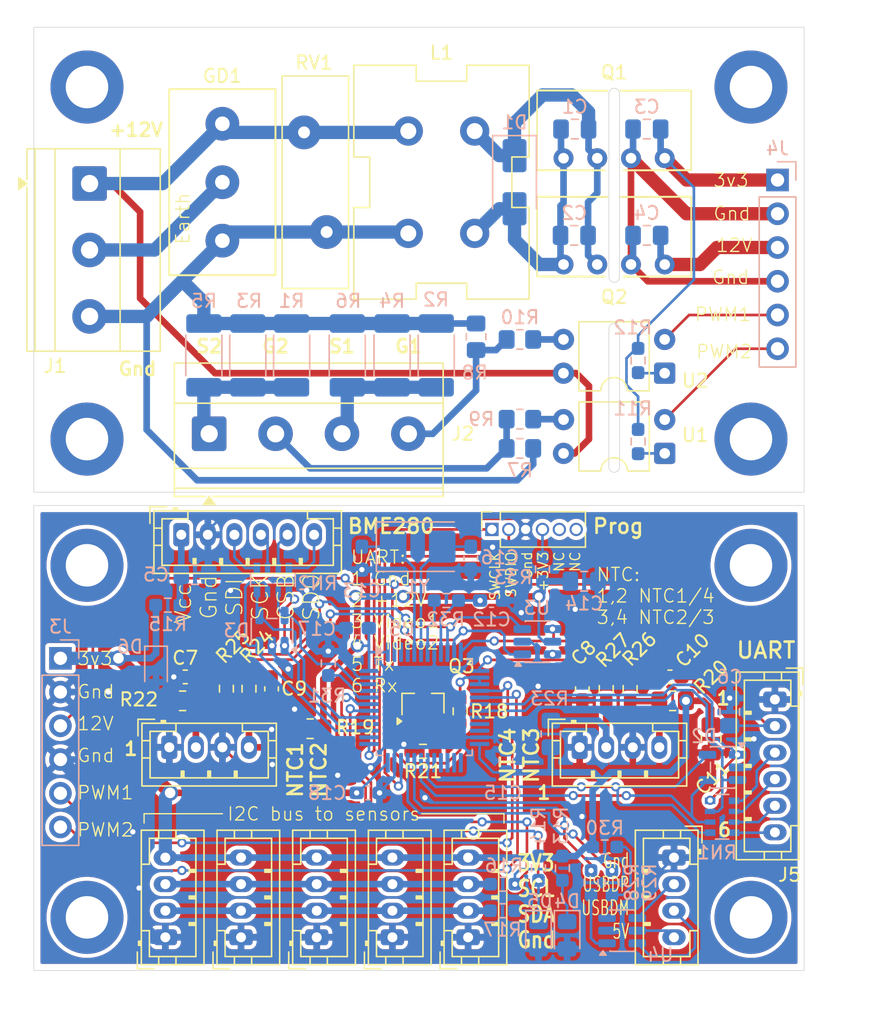
<source format=kicad_pcb>
(kicad_pcb (version 20241229) (generator "pcbnew") (generator_version "9.0")
  (layers (0 "F.Cu" signal) (2 "B.Cu" signal) (5 "F.SilkS" user "F.Silkscreen") (7 "B.SilkS" user "B.Silkscreen") (1 "F.Mask" user) (3 "B.Mask" user) (25 "Edge.Cuts" user))
  (net 0 "")
  (net 1 "GND1")
  (net 2 "+12V")
  (net 3 "GND")
  (net 4 "+3.3V")
  (net 5 "+12VA")
  (net 6 "Net-(Q3-G)")
  (net 7 "/AIN1")
  (net 8 "/AIN4")
  (net 9 "/AIN2")
  (net 10 "/AIN3")
  (net 11 "/OSCIN")
  (net 12 "/OSCOUT")
  (net 13 "/PWM3")
  (net 14 "/TX")
  (net 15 "/RX")
  (net 16 "/PWM4")
  (net 17 "/CS")
  (net 18 "/MOSI")
  (net 19 "/MISO")
  (net 20 "/SCK")
  (net 21 "/SCL")
  (net 22 "/SDA")
  (net 23 "Net-(J1-Pin_2)")
  (net 24 "Net-(J2-Pin_2)")
  (net 25 "Net-(J2-Pin_1)")
  (net 26 "Net-(J12-Pin_2)")
  (net 27 "Net-(J10-Pin_2)")
  (net 28 "/dclk")
  (net 29 "/dio")
  (net 36 "Net-(Q3-S)")
  (net 37 "/DAC OUT1")
  (net 38 "/DM")
  (net 39 "/DP")
  (net 40 "/PWM1")
  (net 41 "/PWM2")
  (net 54 "Net-(U5-BOOT0)")
  (net 55 "Net-(U5-NRST)")
  (net 68 "Net-(J6-Pin_4)")
  (net 69 "Net-(J6-Pin_6)")
  (net 70 "Net-(J6-Pin_3)")
  (net 71 "Net-(J6-Pin_5)")
  (net 72 "Net-(J10-Pin_3)")
  (net 73 "Net-(J12-Pin_4)")
  (net 74 "Net-(J15-Pin_4)")
  (net 78 "Net-(J6-Pin_1)")
  (net 79 "Net-(J2-Pin_3)")
  (net 80 "Net-(J2-Pin_4)")
  (net 81 "Net-(J5-Pin_4)")
  (net 82 "Net-(J5-Pin_6)")
  (net 83 "Net-(J5-Pin_3)")
  (net 84 "Net-(J5-Pin_5)")
  (net 85 "Net-(J11-Pin_2)")
  (net 86 "Net-(J11-Pin_4)")
  (net 87 "Net-(J14-Pin_4)")
  (net 88 "Net-(J14-Pin_2)")
  (net 89 "Net-(J14-Pin_3)")
  (net 95 "Net-(R9-Pad2)")
  (net 96 "Net-(R10-Pad2)")
  (net 97 "Net-(R11-Pad1)")
  (net 98 "Net-(R12-Pad1)")
  (net 99 "Net-(R28-Pad1)")
  (net 100 "Net-(R29-Pad1)")
  (net 102 "/GNDin")
  (net 103 "/12Vin")
  (footprint "Capacitor_SMD:C_0603_1608Metric_Pad1.08x0.95mm_HandSolder" (layer "F.Cu") (at 111.1528 111.822)
    (property "Reference" "C7")
    (property "Value" "0.1")
  )
  (footprint "Connector_JST:JST_PH_B4B-PH-K_1x04_P2.00mm_Vertical" (layer "F.Cu") (at 147.9528 125.422 -90)
    (property "Reference" "J14" (hide yes))
    (property "Value" "Conn_01x04_Socket")
  )
  (footprint "Connector_PinSocket_1.27mm:PinSocket_1x06_P1.27mm_Vertical" (layer "F.Cu") (at 134.2428 100.722 90)
    (property "Reference" "J15" (hide yes))
    (property "Value" "Prog")
  )
  (footprint "MountingHole:MountingHole_3.2mm_M3_ISO14580_Pad_TopBottom" (layer "F.Cu") (at 103.7528 67.422)
    (property "Reference" "J18" (hide yes))
    (property "Value" "hole")
  )
  (footprint "MountingHole:MountingHole_3.2mm_M3_ISO14580_Pad_TopBottom" (layer "F.Cu") (at 103.7528 103.422)
    (property "Reference" "J23" (hide yes))
    (property "Value" "hole")
  )
  (footprint "MountingHole:MountingHole_3.2mm_M3_ISO14580_Pad_TopBottom" (layer "F.Cu") (at 153.7528 93.922)
    (property "Reference" "J19" (hide yes))
    (property "Value" "hole")
  )
  (footprint "Resistor_SMD:R_0805_2012Metric_Pad1.20x1.40mm_HandSolder" (layer "F.Cu") (at 120.5528 115.722)
    (property "Reference" "R19")
    (property "Value" "1k 0.1%")
  )
  (footprint "Resistor_SMD:R_0603_1608Metric_Pad0.98x0.95mm_HandSolder" (layer "F.Cu") (at 144.6528 112.7345 90)
    (property "Reference" "R26")
    (property "Value" "1k")
  )
  (footprint "Capacitor_SMD:C_0603_1608Metric_Pad1.08x0.95mm_HandSolder" (layer "F.Cu") (at 147.6528 111.822 180)
    (property "Reference" "C10")
    (property "Value" "0.1")
  )
  (footprint "Resistor_SMD:R_0603_1608Metric_Pad0.98x0.95mm_HandSolder" (layer "F.Cu") (at 114.2528 112.7095 90)
    (property "Reference" "R25")
    (property "Value" "1k")
  )
  (footprint "TerminalBlock_Phoenix:TerminalBlock_Phoenix_MKDS-1,5-4_1x04_P5.00mm_Horizontal" (layer "F.Cu") (at 112.9528 93.522)
    (property "Reference" "J2")
    (property "Value" "Conn_01x03_Pin")
  )
  (footprint "MountingHole:MountingHole_3.2mm_M3_ISO14580_Pad_TopBottom" (layer "F.Cu") (at 153.7528 67.422)
    (property "Reference" "J17" (hide yes))
    (property "Value" "hole")
  )
  (footprint "Connector_JST:JST_PH_B4B-PH-K_1x04_P2.00mm_Vertical" (layer "F.Cu") (at 109.9528 117.122)
    (property "Reference" "J11" (hide yes))
    (property "Value" "Conn_01x04_Socket")
  )
  (footprint "Resistor_SMD:R_0805_2012Metric_Pad1.20x1.40mm_HandSolder" (layer "F.Cu") (at 110.9528 113.622 180)
    (property "Reference" "R22")
    (property "Value" "1k 0.1%")
  )
  (footprint "Connector_JST:JST_PH_B6B-PH-K_1x06_P2.00mm_Vertical" (layer "F.Cu") (at 110.8528 101.122)
    (property "Reference" "J6" (hide yes))
    (property "Value" "~")
  )
  (footprint "Capacitor_SMD:C_0603_1608Metric_Pad1.08x0.95mm_HandSolder" (layer "F.Cu") (at 117.6528 112.722 90)
    (property "Reference" "C9")
    (property "Value" "0.1")
  )
  (footprint "Capacitor_SMD:C_0603_1608Metric_Pad1.08x0.95mm_HandSolder" (layer "F.Cu") (at 141.0528 112.722 90)
    (property "Reference" "C8")
    (property "Value" "0.1")
  )
  (footprint "Resistor_SMD:R_0603_1608Metric_Pad0.98x0.95mm_HandSolder" (layer "F.Cu") (at 131.8528 114.4095 90)
    (property "Reference" "R18")
    (property "Value" "330")
  )
  (footprint "Resistor_SMD:R_0603_1608Metric_Pad0.98x0.95mm_HandSolder" (layer "F.Cu") (at 129.0528 117.422)
    (property "Reference" "R21")
    (property "Value" "270")
  )
  (footprint "Inductor_THT:L_CommonMode_Wuerth_WE-CMB-S" (layer "F.Cu") (at 127.9478 70.737)
    (property "Reference" "L1")
    (property "Value" "2uH")
  )
  (footprint "my_footprints:S10K30" (layer "F.Cu") (at 120.9478 74.587 90)
    (property "Reference" "RV1")
    (property "Value" "30V")
  )
  (footprint "MountingHole:MountingHole_3.2mm_M3_ISO14580_Pad_TopBottom" (layer "F.Cu") (at 103.7528 93.922)
    (property "Reference" "J16" (hide yes))
    (property "Value" "hole")
  )
  (footprint "Connector_JST:JST_PH_B6B-PH-K_1x06_P2.00mm_Vertical" (layer "F.Cu") (at 155.5528 113.522 -90)
    (property "Reference" "J5")
    (property "Value" "~")
  )
  (footprint "TerminalBlock_Phoenix:TerminalBlock_Phoenix_MKDS-1,5-3_1x03_P5.00mm_Horizontal" (layer "F.Cu") (at 103.9478 74.687 -90)
    (property "Reference" "J1")
    (property "Value" "Conn_01x03_Pin")
  )
  (footprint "Connector_JST:JST_PH_B4B-PH-K_1x04_P2.00mm_Vertical" (layer "F.Cu") (at 109.6528 131.422 90)
    (property "Reference" "J7" (hide yes))
    (property "Value" "Conn_01x04_Socket")
  )
  (footprint "my_footprints:B0x0xS" (layer "F.Cu") (at 143.4478 72.7798)
    (property "Reference" "Q1")
    (property "Value" "B1203S-1W")
  )
  (footprint "Package_DIP:DIP-4_W7.62mm" (layer "F.Cu") (at 147.2578 94.997 180)
    (property "Reference" "U1")
    (property "Value" "PC817")
  )
  (footprint "Connector_JST:JST_PH_B4B-PH-K_1x04_P2.00mm_Vertical" (layer "F.Cu") (at 132.4528 131.422 90)
    (property "Reference" "J13" (hide yes))
    (property "Value" "Conn_01x04_Socket")
  )
  (footprint "my_footprints:B0x0xS" (layer "F.Cu") (at 143.4478 80.7798)
    (property "Reference" "Q2")
    (property "Value" "B1212S-1W")
  )
  (footprint "Connector_JST:JST_PH_B4B-PH-K_1x04_P2.00mm_Vertical" (layer "F.Cu") (at 140.8528 117.122)
    (property "Reference" "J12" (hide yes))
    (property "Value" "Conn_01x04_Socket")
  )
  (footprint "Capacitor_SMD:C_0805_2012Metric_Pad1.18x1.45mm_HandSolder" (layer "F.Cu") (at 150.7528 116.4845 -90)
    (property "Reference" "C11")
    (property "Value" "1u")
  )
  (footprint "Package_DIP:DIP-4_W7.62mm" (layer "F.Cu") (at 147.2528 88.962 180)
    (property "Reference" "U2")
    (property "Value" "PC817")
  )
  (footprint "Connector_JST:JST_PH_B4B-PH-K_1x04_P2.00mm_Vertical" (layer "F.Cu") (at 115.3528 131.422 90)
    (property "Reference" "J8" (hide yes))
    (property "Value" "Conn_01x04_Socket")
  )
  (footprint "MountingHole:MountingHole_3.2mm_M3_ISO14580_Pad_TopBottom" (layer "F.Cu") (at 103.7528 129.922)
    (property "Reference" "J22" (hide yes))
    (property "Value" "hole")
  )
  (footprint "Resistor_SMD:R_0603_1608Metric_Pad0.98x0.95mm_HandSolder" (layer "F.Cu") (at 115.9528 112.7095 90)
    (property "Reference" "R24")
    (property "Value" "1k")
  )
  (footprint "MountingHole:MountingHole_3.2mm_M3_ISO14580_Pad_TopBottom" (layer "F.Cu") (at 153.7528 129.922)
    (property "Reference" "J20" (hide yes))
    (property "Value" "hole")
  )
  (footprint "my_footprints:SE83-GDS" (layer "F.Cu") (at 113.9478 74.587 -90)
    (property "Reference" "GD1")
    (property "Value" "SE83-75X")
  )
  (footprint "Connector_JST:JST_PH_B4B-PH-K_1x04_P2.00mm_Vertical" (layer "F.Cu") (at 121.0528 131.422 90)
    (property "Reference" "J9" (hide yes))
    (property "Value" "Conn_01x04_Socket")
  )
  (footprint "Package_TO_SOT_SMD:SOT-23_Handsoldering" (layer "F.Cu") (at 129.0528 113.822 90)
    (property "Reference" "Q3")
    (property "Value" "SI2300")
  )
  (footprint "Resistor_SMD:R_0805_2012Metric_Pad1.20x1.40mm_HandSolder" (layer "F.Cu") (at 147.8528 113.622)
    (property "Reference" "R20")
    (property "Value" "1k 0.1%")
  )
  (footprint "MountingHole:MountingHole_3.2mm_M3_ISO14580_Pad_TopBottom" (layer "F.Cu") (at 153.7528 103.422)
    (property "Reference" "J21" (hide yes))
    (property "Value" "hole")
  )
  (footprint "Connector_JST:JST_PH_B4B-PH-K_1x04_P2.00mm_Vertical" (layer "F.Cu") (at 126.7528 131.422 90)
    (property "Reference" "J10" (hide yes))
    (property "Value" "Conn_01x04_Socket")
  )
  (footprint "Resistor_SMD:R_0603_1608Metric_Pad0.98x0.95mm_HandSolder" (layer "F.Cu") (at 142.8528 112.7345 90)
    (property "Reference" "R27")
    (property "Value" "1k")
  )
  (footprint "Resistor_SMD:R_0603_1608Metric_Pad0.98x0.95mm_HandSolder" (layer "B.Cu") (at 135.0403 129.422)
    (property "Reference" "R17")
    (property "Value" "110")
  )
  (footprint "Resistor_SMD:R_0603_1608Metric_Pad0.98x0.95mm_HandSolder" (layer "B.Cu") (at 135.0653 127.422)
    (property "Reference" "R16")
    (property "Value" "110")
  )
  (footprint "Resistor_SMD:R_0603_1608Metric_Pad0.98x0.95mm_HandSolder" (layer "B.Cu") (at 109.8403 106.422)
    (property "Reference" "R15")
    (property "Value" "110")
  )
  (footprint "Resistor_SMD:R_0603_1608Metric_Pad0.98x0.95mm_HandSolder" (layer "B.Cu") (at 139.5528 126.222 90)
    (property "Reference" "R13")
    (property "Value" "1k")
  )
  (footprint "Diode_SMD:D_0805_2012Metric_Pad1.15x1.40mm_HandSolder" (layer "B.Cu") (at 137.7528 131.2696 -90)
    (property "Reference" "D5")
    (property "Value" "CESD3V3")
  )
  (footprint "Resistor_SMD:R_0603_1608Metric_Pad0.98x0.95mm_HandSolder" (layer "B.Cu") (at 145.2528 94.1095 90)
    (property "Reference" "R11")
    (property "Value" "330")
  )
  (footprint "Resistor_SMD:R_Array_Convex_4x0603" (layer "B.Cu") (at 151.5768 122.348 180)
    (property "Reference" "RN1")
    (property "Value" "330")
  )
  (footprint "Package_TO_SOT_SMD:SOT-23-5" (layer "B.Cu") (at 151.6111 118.6356 180)
    (property "Reference" "D2")
    (property "Value" "SP0504BAHT")
  )
  (footprint "Diode_SMD:D_SMA" (layer "B.Cu") (at 135.9478 74.587 -90)
    (property "Reference" "D1")
    (property "Value" "SMAJ15CA")
  )
  (footprint "Capacitor_SMD:C_0805_2012Metric_Pad1.18x1.45mm_HandSolder" (layer "B.Cu") (at 111.8903 104.122 180)
    (property "Reference" "C5")
    (property "Value" "10u")
  )
  (footprint "Resistor_SMD:R_0805_2012Metric_Pad1.20x1.40mm_HandSolder" (layer "B.Cu") (at 136.3528 86.422)
    (property "Reference" "R10")
    (property "Value" "100k")
  )
  (footprint "Capacitor_SMD:C_0603_1608Metric_Pad1.08x0.95mm_HandSolder" (layer "B.Cu") (at 124.9223 120.5508)
    (property "Reference" "C18")
    (property "Value" "0.1")
  )
  (footprint "Package_QFP:LQFP-48_7x7mm_P0.5mm" (layer "B.Cu") (at 129.1528 114.122 -90)
    (property "Reference" "U5")
    (property "Value" "STM32F303CBTx")
  )
  (footprint "Resistor_SMD:R_0603_1608Metric_Pad0.98x0.95mm_HandSolder" (layer "B.Cu") (at 142.7403 124.622 180)
    (property "Reference" "R30")
    (property "Value" "1k5")
  )
  (footprint "Resistor_SMD:R_0603_1608Metric_Pad0.98x0.95mm_HandSolder" (layer "B.Cu") (at 138.0528 103.722 -90)
    (property "Reference" "R33")
    (property "Value" "22")
  )
  (footprint "Resistor_SMD:R_2010_5025Metric_Pad1.40x2.65mm_HandSolder" (layer "B.Cu") (at 123.3528 87.622 90)
    (property "Reference" "R6")
    (property "Value" "x")
  )
  (footprint "Package_TO_SOT_SMD:SOT-23-6" (layer "B.Cu") (at 137.672 109.1716)
    (property "Reference" "U3")
    (property "Value" "IP4220CZ6")
  )
  (footprint "Capacitor_SMD:C_0805_2012Metric_Pad1.18x1.45mm_HandSolder" (layer "B.Cu") (at 152.1528 114.4595 90)
    (property "Reference" "C6")
    (property "Value" "10u")
  )
  (footprint "Connector_PinHeader_2.54mm:PinHeader_1x06_P2.54mm_Vertical" (layer "B.Cu") (at 155.7528 74.422 180)
    (property "Reference" "J4")
    (property "Value" "Conn_01x04_Socket")
  )
  (footprint "Crystal:Crystal_SMD_5032-2Pin_5.0x3.2mm" (layer "B.Cu") (at 128.6528 102.022)
    (property "Reference" "Y1")
    (property "Value" "NX5032GA-8MHz")
  )
  (footprint "Connector_PinHeader_2.54mm:PinHeader_1x06_P2.54mm_Vertical" (layer "B.Cu") (at 101.7528 110.422 180)
    (property "Reference" "J3")
    (property "Value" "Conn_01x04_Pin")
  )
  (footprint "Resistor_SMD:R_2010_5025Metric_Pad1.40x2.65mm_HandSolder" (layer "B.Cu") (at 119.1628 87.622 90)
    (property "Reference" "R1")
    (property "Value" "x")
  )
  (footprint "Resistor_SMD:R_2010_5025Metric_Pad1.40x2.65mm_HandSolder" (layer "B.Cu") (at 130.0528 87.622 90)
    (property "Reference" "R2")
    (property "Value" "x")
  )
  (footprint "Resistor_SMD:R_0603_1608Metric_Pad0.98x0.95mm_HandSolder" (layer "B.Cu") (at 143.2854 127.3091 90)
    (property "Reference" "R29")
    (property "Value" "22")
  )
  (footprint "Capacitor_SMD:C_0805_2012Metric_Pad1.18x1.45mm_HandSolder" (layer "B.Cu") (at 145.9103 70.587 180)
    (property "Reference" "C3")
    (property "Value" "1u")
  )
  (footprint "Resistor_SMD:R_0805_2012Metric_Pad1.20x1.40mm_HandSolder" (layer "B.Cu") (at 138.688 116.1152 -90)
    (property "Reference" "R23")
    (property "Value" "1k 0.1%")
  )
  (footprint "Resistor_SMD:R_2010_5025Metric_Pad1.40x2.65mm_HandSolder" (layer "B.Cu") (at 126.7278 87.622 90)
    (property "Reference" "R4")
    (property "Value" "x")
  )
  (footprint "Capacitor_SMD:C_0805_2012Metric_Pad1.18x1.45mm_HandSolder" (layer "B.Cu") (at 141.1903 104.622)
    (property "Reference" "C14")
    (property "Value" "1u")
  )
  (footprint "Resistor_SMD:R_0603_1608Metric_Pad0.98x0.95mm_HandSolder" (layer "B.Cu") (at 137.7528 126.222 90)
    (property "Reference" "R14")
    (property "Value" "1k")
  )
  (footprint "Resistor_SMD:R_0805_2012Metric_Pad1.20x1.40mm_HandSolder" (layer "B.Cu") (at 136.3528 92.422)
    (property "Reference" "R9")
    (property "Value" "100k")
  )
  (footprint "Package_TO_SOT_SMD:SOT-23-6" (layer "B.Cu") (at 144.0528 130.922)
    (property "Reference" "U4")
    (property "Value" "USBLC6-2SC6")
  )
  (footprint "Diode_SMD:D_0805_2012Metric_Pad1.15x1.40mm_HandSolder" (layer "B.Cu") (at 139.9072 131.2696 -90)
    (property "Reference" "D4")
    (property "Value" "CESD3V3")
  )
  (footprint "Capacitor_SMD:C_0805_2012Metric_Pad1.18x1.45mm_HandSolder" (layer "B.Cu") (at 140.4853 70.587 180)
    (property "Reference" "C1")
    (property "Value" "1u")
  )
  (footprint "Capacitor_SMD:C_0603_1608Metric_Pad1.08x0.95mm_HandSolder" (layer "B.Cu") (at 135.2844 118.1389 90)
    (property "Reference" "C15")
    (property "Value" "0.1")
  )
  (footprint "Capacitor_SMD:C_0805_2012Metric_Pad1.18x1.45mm_HandSolder" (layer "B.Cu") (at 140.4478 78.587 180)
    (property "Reference" "C2")
    (property "Value" "1u")
  )
  (footprint "Capacitor_SMD:C_0805_2012Metric_Pad1.18x1.45mm_HandSolder" (layer "B.Cu") (at 145.9103 78.587 180)
    (property "Reference" "C4")
    (property "Value" "1u")
  )
  (footprint "Diode_SMD:D_SOD-323F" (layer "B.Cu") (at 108.9528 111.122 -90)
    (property "Reference" "D6")
    (property "Value" "MM3Z3V6")
  )
  (footprint "Resistor_SMD:R_0603_1608Metric_Pad0.98x0.95mm_HandSolder" (layer "B.Cu") (at 130.8159 106.0728)
    (property "Reference" "R32")
    (property "Value" "470")
  )
  (footprint "Resistor_SMD:R_0805_2012Metric_Pad1.20x1.40mm_HandSolder" (layer "B.Cu") (at 133.0528 86.222 90)
    (property "Reference" "R8")
    (property "Value" "20k")
  )
  (footprint "Resistor_SMD:R_2010_5025Metric_Pad1.40x2.65mm_HandSolder" (layer "B.Cu") (at 115.8628 87.622 90)
    (property "Reference" "R3")
    (property "Value" "x")
  )
  (footprint "Resistor_SMD:R_0603_1608Metric_Pad0.98x0.95mm_HandSolder" (layer "B.Cu") (at 145.2528 88.0095 90)
    (property "Reference" "R12")
    (property "Value" "330")
  )
  (footprint "Capacitor_SMD:C_0603_1608Metric_Pad1.08x0.95mm_HandSolder" (layer "B.Cu") (at 132.6528 102.8845 -90)
    (property "Reference" "C16")
    (property "Value" "6")
  )
  (footprint "Resistor_SMD:R_0603_1608Metric_Pad0.98x0.95mm_HandSolder" (layer "B.Cu") (at 141.7106 127.3091 90)
    (property "Reference" "R28")
    (property "Value" "22")
  )
  (footprint "Resistor_SMD:R_0805_2012Metric_Pad1.20x1.40mm_HandSolder" (layer "B.Cu") (at 136.3528 94.622)
    (property "Reference" "R7")
    (property "Value" "20k")
  )
  (footprint "Capacitor_SMD:C_0603_1608Metric_Pad1.08x0.95mm_HandSolder" (layer "B.Cu") (at 124.4528 102.8845 -90)
    (property "Reference" "C13")
    (property "Value" "6")
  )
  (footprint "Resistor_SMD:R_Array_Convex_4x0603" (layer "B.Cu") (at 117.7528 104.522 -90)
    (property "Reference" "RN2")
    (property "Value" "330")
  )
  (footprint "Resistor_SMD:R_2010_5025Metric_Pad1.40x2.65mm_HandSolder" (layer "B.Cu") (at 112.5528 87.622 90)
    (property "Reference" "R5")
    (property "Value" "x")
  )
  (footprint "Resistor_SMD:R_0603_1608Metric_Pad0.98x0.95mm_HandSolder" (layer "B.Cu") (at 121.924 110.7991 90)
    (property "Reference" "R31")
    (property "Value" "10k")
  )
  (footprint "Package_TO_SOT_SMD:SOT-23-5" (layer "B.Cu") (at 117.6822 108.3334 90)
    (property "Reference" "D3")
    (property "Value" "SP0504BAHT")
  )
  (footprint "Capacitor_SMD:C_0603_1608Metric_Pad1.08x0.95mm_HandSolder" (layer "B.Cu") (at 134.2176 106.0728)
    (property "Reference" "C12")
    (property "Value" "0.1")
  )
  (footprint "Capacitor_SMD:C_0603_1608Metric_Pad1.08x0.95mm_HandSolder" (layer "B.Cu") (at 124.1084 108.1556 180)
    (property "Reference" "C17")
    (property "Value" "0.1")
  )
  (gr_line (start 135.1528 122.122) (end 135.1528 122.822) (stroke (width 0.1)) (layer "F.SilkS"))
  (gr_line (start 128.9528 122.122) (end 135.1528 122.122) (stroke (width 0.1)) (layer "F.SilkS"))
  (gr_line (start 113.9528 122.122) (end 108.0528 122.122) (stroke (width 0.1)) (layer "F.SilkS"))
  (gr_line (start 108.0528 122.122) (end 108.0528 122.822) (stroke (width 0.1)) (layer "F.SilkS"))
  (gr_rect (start 99.7528 98.922) (end 157.7528 133.922) (stroke (width 0.05)) (fill no) (layer "Edge.Cuts"))
  (gr_arc (start 143.0528 67.922) (mid 143.4528 67.522) (end 143.8528 67.922) (stroke (width 0.05)) (layer "Edge.Cuts"))
  (gr_arc (start 143.0528 85.622) (mid 143.4528 85.222) (end 143.8528 85.622) (stroke (width 0.05)) (layer "Edge.Cuts"))
  (gr_line (start 143.8528 81.722) (end 143.8528 67.922) (stroke (width 0.05)) (layer "Edge.Cuts"))
  (gr_line (start 143.0528 67.922) (end 143.0528 81.722) (stroke (width 0.05)) (layer "Edge.Cuts"))
  (gr_line (start 143.8528 96.022) (end 143.8528 85.622) (stroke (width 0.05)) (layer "Edge.Cuts"))
  (gr_rect (start 99.7528 62.922) (end 157.7528 97.922) (stroke (width 0.05)) (fill no) (layer "Edge.Cuts"))
  (gr_arc (start 143.8528 81.722) (mid 143.4528 82.122) (end 143.0528 81.722) (stroke (width 0.05)) (layer "Edge.Cuts"))
  (gr_arc (start 143.8528 96.022) (mid 143.4528 96.422) (end 143.0528 96.022) (stroke (width 0.05)) (layer "Edge.Cuts"))
  (gr_line (start 143.0528 85.622) (end 143.0528 96.022) (stroke (width 0.05)) (layer "Edge.Cuts"))
  (gr_text "Earth" (at 111.5528 77.322 90) (layer "F.SilkS") (effects (font (size 1 1) (thickness 0.1)) (justify bottom)))
  (gr_text "BME280" (at 126.6528 101.122 0) (layer "F.SilkS") (effects (font (size 1.1 1.1) (thickness 0.2) (bold yes)) (justify bottom)))
  (gr_text "UART:\n1 Gnd\n2 +12V\n3 Video1\n4 Video2\n5 Tx\n6 Rx" (at 123.5528 113.062 0) (layer "F.SilkS") (effects (font (size 1 1) (thickness 0.1)) (justify left bottom)))
  (gr_text "Gnd\nUSBDP\nUSBDM\n5V" (at 144.6528 131.622 0) (layer "F.SilkS") (effects (font (size 1.1 0.7) (thickness 0.1)) (justify right bottom)))
  (gr_text "NTC4\nNTC3" (at 137.8528 117.722 90) (layer "F.SilkS") (effects (font (size 1.1 1.1) (thickness 0.2) (bold yes)) (justify bottom)))
  (gr_text "Gnd" (at 102.9528 113.522 0) (layer "F.SilkS") (effects (font (size 1 1) (thickness 0.1)) (justify left bottom)))
  (gr_text "S1" (at 122.9528 87.522 0) (layer "F.SilkS") (effects (font (size 1 1) (thickness 0.2) (bold yes)) (justify bottom)))
  (gr_text "Gnd" (at 150.8528 77.522 0) (layer "F.SilkS") (effects (font (size 1 1) (thickness 0.1)) (justify left bottom)))
  (gr_text "12V" (at 151.0528 79.922 0) (layer "F.SilkS") (effects (font (size 1 1) (thickness 0.1)) (justify left bottom)))
  (gr_text "6" (at 151.1528 123.922 0) (layer "F.SilkS") (effects (font (size 1 1) (thickness 0.2) (bold yes)) (justify left bottom)))
  (gr_text "G1" (at 127.9528 87.522 0) (layer "F.SilkS") (effects (font (size 1 1) (thickness 0.2) (bold yes)) (justify bottom)))
  (gr_text "Gnd" (at 150.7528 82.322 0) (layer "F.SilkS") (effects (font (size 1 1) (thickness 0.1)) (justify left bottom)))
  (gr_text "SWCLK\nSWDIO\nGnd\n+3V3\nNC\nNC" (at 140.9528 102.322 90) (layer "F.SilkS") (effects (font (size 0.75 0.75) (thickness 0.1)) (justify right bottom)))
  (gr_text "PWM2" (at 102.9528 123.922 0) (layer "F.SilkS") (effects (font (size 1 1) (thickness 0.1)) (justify left bottom)))
  (gr_text "NTC1\nNTC2" (at 121.8528 118.822 90) (layer "F.SilkS") (effects (font (size 1.1 1.1) (thickness 0.2) (bold yes)) (justify bottom)))
  (gr_text "1" (at 137.5528 121.122 0) (layer "F.SilkS") (effects (font (size 1 1) (thickness 0.2) (bold yes)) (justify left bottom)))
  (gr_text "S2" (at 112.9528 87.522 0) (layer "F.SilkS") (effects (font (size 1 1) (thickness 0.2) (bold yes)) (justify bottom)))
  (gr_text "PWM1" (at 149.4528 85.122 0) (layer "F.SilkS") (effects (font (size 1 1) (thickness 0.1)) (justify left bottom)))
  (gr_text "Prog" (at 143.7528 101.122 0) (layer "F.SilkS") (effects (font (size 1.1 1.1) (thickness 0.2) (bold yes)) (justify bottom)))
  (gr_text "1" (at 106.4528 117.822 0) (layer "F.SilkS") (effects (font (size 1 1) (thickness 0.2) (bold yes)) (justify left bottom)))
  (gr_text "Gnd" (at 102.9528 118.322 0) (layer "F.SilkS") (effects (font (size 1 1) (thickness 0.1)) (justify left bottom)))
  (gr_text "+12V" (at 107.4528 71.222 0) (layer "F.SilkS") (effects (font (size 1 1) (thickness 0.2) (bold yes)) (justify bottom)))
  (gr_text "I2C bus to sensors" (at 114.2528 122.722 0) (layer "F.SilkS") (effects (font (size 1 1) (thickness 0.1)) (justify left bottom)))
  (gr_text "NTC:\n1,2 NTC1/4\n3,4 NTC2/3" (at 142.0528 107.922 0) (layer "F.SilkS") (effects (font (size 1 1) (thickness 0.1)) (justify left bottom)))
  (gr_text "3V3\nSCL\nSDA\nGnd" (at 136.0528 132.322 0) (layer "F.SilkS") (effects (font (size 1.2 1) (thickness 0.2) (bold yes)) (justify left bottom)))
  (gr_text "3v3" (at 150.8528 75.022 0) (layer "F.SilkS") (effects (font (size 1 1) (thickness 0.1)) (justify left bottom)))
  (gr_text "1" (at 151.0528 114.022 0) (layer "F.SilkS") (effects (font (size 1 1) (thickness 0.2) (bold yes)) (justify left bottom)))
  (gr_text "PWM2" (at 149.5528 87.922 0) (layer "F.SilkS") (effects (font (size 1 1) (thickness 0.1)) (justify left bottom)))
  (gr_text "G2" (at 117.9528 87.522 0) (layer "F.SilkS") (effects (font (size 1 1) (thickness 0.2) (bold yes)) (justify bottom)))
  (gr_text "UART" (at 152.5528 110.522 0) (layer "F.SilkS") (effects (font (size 1.2 1.2) (thickness 0.2) (bold yes)) (justify left bottom)))
  (gr_text "3v3" (at 102.9528 111.022 0) (layer "F.SilkS") (effects (font (size 1 1) (thickness 0.1)) (justify left bottom)))
  (gr_text "12V" (at 102.9528 115.922 0) (layer "F.SilkS") (effects (font (size 1 1) (thickness 0.1)) (justify left bottom)))
  (gr_text "PWM1" (at 102.9528 121.122 0) (layer "F.SilkS") (effects (font (size 1 1) (thickness 0.1)) (justify left bottom)))
  (gr_text "Gnd" (at 107.5528 89.222 0) (layer "F.SilkS") (effects (font (size 1 1) (thickness 0.2) (bold yes)) (justify bottom)))
  (gr_text "Vcc \nGnd\nSDI\nSCK\nCSB\nSDO" (at 121.3528 105.822 90) (layer "F.SilkS") (effects (font (size 1.2 1.2) (thickness 0.1)) (justify bottom)))
  (segment (start 136.9028 79.872) (end 137.8106 80.7798) (width 1) (layer "B.Cu") (net 1))
  (segment (start 139.6378 72.7798) (end 139.6378 76.137) (width 0.5) (layer "B.Cu") (net 1))
  (segment (start 139.4103 76.3645) (end 139.4103 78.587) (width 0.5) (layer "B.Cu") (net 1))
  (segment (start 137.8106 80.7798) (end 139.6378 80.7798) (width 1) (layer "B.Cu") (net 1))
  (segment (start 139.4103 78.587) (end 139.4103 80.5523) (width 0.5) (layer "B.Cu") (net 1))
  (segment (start 135.9478 76.587) (end 135.9478 78.917) (width 1) (layer "B.Cu") (net 1))
  (segment (start 139.4478 70.587) (end 139.4478 72.5898) (width 0.5) (layer "B.Cu") (net 1))
  (segment (start 134.7978 76.587) (end 132.9478 78.437) (width 1) (layer "B.Cu") (net 1))
  (segment (start 139.6378 76.137) (end 139.4103 76.3645) (width 0.5) (layer "B.Cu") (net 1))
  (segment (start 135.9478 76.587) (end 134.7978 76.587) (width 1) (layer "B.Cu") (net 1))
  (segment (start 139.4478 72.5898) (end 139.6378 72.7798) (width 0.5) (layer "B.Cu") (net 1))
  (segment (start 135.9478 78.917) (end 136.9028 79.872) (width 1) (layer "B.Cu") (net 1))
  (segment (start 139.4103 80.5523) (end 139.6378 80.7798) (width 0.5) (layer "B.Cu") (net 1))
  (segment (start 141.4853 78.587) (end 141.4853 76.0895) (width 0.5) (layer "B.Cu") (net 2))
  (segment (start 138.0528 68.022) (end 140.2528 68.022) (width 1) (layer "B.Cu") (net 2))
  (segment (start 135.9478 70.127) (end 138.0528 68.022) (width 1) (layer "B.Cu") (net 2))
  (segment (start 141.5228 72.1248) (end 142.1778 72.7798) (width 0.5) (layer "B.Cu") (net 2))
  (segment (start 141.4853 76.0895) (end 142.1778 75.397) (width 0.5) (layer "B.Cu") (net 2))
  (segment (start 141.4853 80.0873) (end 142.1778 80.7798) (width 0.5) (layer "B.Cu") (net 2))
  (segment (start 135.9478 72.587) (end 134.7978 72.587) (width 1) (layer "B.Cu") (net 2))
  (segment (start 141.5228 70.587) (end 141.5228 72.1248) (width 0.5) (layer "B.Cu") (net 2))
  (segment (start 142.1778 75.397) (end 142.1778 72.7798) (width 0.5) (layer "B.Cu") (net 2))
  (segment (start 135.9478 72.587) (end 135.9478 70.127) (width 1) (layer "B.Cu") (net 2))
  (segment (start 141.5228 69.292) (end 140.2528 68.022) (width 1) (layer "B.Cu") (net 2))
  (segment (start 141.4853 78.587) (end 141.4853 80.0873) (width 0.5) (layer "B.Cu") (net 2))
  (segment (start 134.7978 72.587) (end 132.9478 70.737) (width 1) (layer "B.Cu") (net 2))
  (segment (start 141.5228 70.587) (end 141.5228 69.292) (width 1) (layer "B.Cu") (net 2))
  (segment (start 127.6694 99.921) (end 135.9818 99.921) (width 0.2) (layer "F.Cu") (net 3))
  (segment (start 141.3804 119.0776) (end 144.4792 119.0776) (width 0.2) (layer "F.Cu") (net 3))
  (segment (start 152.1528 113.422) (end 152.1528 114.6608) (width 0.2) (layer "F.Cu") (net 3))
  (segment (start 117.6528 113.5845) (end 117.6528 115.7716) (width 0.2) (layer "F.Cu") (net 3))
  (segment (start 140.8528 115.4904) (end 140.8528 117.122) (width 0.2) (layer "F.Cu") (net 3))
  (segment (start 150.7528 118.022) (end 150.0708 118.704) (width 0.5) (layer "F.Cu") (net 3))
  (segment (start 148.5153 111.822) (end 150.5528 111.822) (width 0.2) (layer "F.Cu") (net 3))
  (segment (start 136.7068 106.7332) (end 136.4528 106.9872) (width 0.2) (layer "F.Cu") (net 3))
  (segment (start 121.5138 109.8866) (end 119.384 112.0164) (width 0.2) (layer "F.Cu") (net 3))
  (segment (start 124.3116 118.214) (end 124.7688 118.6712) (width 0.2) (layer "F.Cu") (net 3))
  (segment (start 122.6312 115.062) (end 122.3264 114.7572) (width 0.2) (layer "F.Cu") (net 3))
  (segment (start 104.906 112.5048) (end 105.3632 112.962) (width 0.2) (layer "F.Cu") (net 3))
  (segment (start 125.7794 117.5282) (end 125.7794 118.6712) (width 0.2) (layer "F.Cu") (net 3))
  (segment (start 110.2903 110.6951) (end 108.4112 108.816) (width 0.2) (layer "F.Cu") (net 3))
  (segment (start 122.3264 114.7572) (end 122.3264 112.9284) (width 0.2) (layer "F.Cu") (net 3))
  (segment (start 124.3116 118.214) (end 124.3116 117.4437) (width 0.2) (layer "F.Cu") (net 3))
  (segment (start 122.3264 112.9284) (end 123.3424 111.9124) (width 0.2) (layer "F.Cu") (net 3))
  (segment (start 145.98 82.042) (end 155.7528 82.042) (width 0.5) (layer "F.Cu") (net 3))
  (segment (start 124.9774 103.736) (end 124.4638 103.736) (width 0.2) (layer "F.Cu") (net 3))
  (segment (start 118.9014 113.4642) (end 118.7811 113.5845) (width 0.2) (layer "F.Cu") (net 3))
  (segment (start 114.558 106.3467) (end 117.6822 109.4709) (width 0.2) (layer "F.Cu") (net 3))
  (segment (start 144.4792 119.0776) (end 144.8528 118.704) (width 0.2) (layer "F.Cu") (net 3))
  (segment (start 144.7178 80.7798) (end 144.7178 72.7798) (width 0.5) (layer "F.Cu") (net 3))
  (segment (start 140.8528 117.122) (end 140.8528 118.55) (width 0.2) (layer "F.Cu") (net 3))
  (segment (start 124.4638 103.736) (end 124.4528 103.747) (width 0.2) (layer "F.Cu") (net 3))
  (segment (start 135.9818 99.921) (end 136.7828 100.722) (width 0.2) (layer "F.Cu") (net 3))
  (segment (start 133.681 102.0596) (end 134.2938 102.0596) (width 0.2) (layer "F.Cu") (net 3))
  (segment (start 117.7076 118.4172) (end 115.248 118.4172) (width 0.2) (layer "F.Cu") (net 3))
  (segment (start 148.5153 111.822) (end 148.5153 109.4485) (width 0.2) (layer "F.Cu") (net 3))
  (segment (start 133.681 102.0564) (end 133.681 102.0596) (width 0.2) (layer "F.Cu") (net 3))
  (segment (start 125.7794 102.9452) (end 127.6016 101.123) (width 0.2) (layer "F.Cu") (net 3))
  (segment (start 127.6016 101.123) (end 132.7476 101.123) (width 0.2) (layer "F.Cu") (net 3))
  (segment (start 140.5168 106.7332) (end 136.7068 106.7332) (width 0.2) (layer "F.Cu") (net 3))
  (segment (start 119.384 112.0164) (end 119.384 114.2516) (width 0.2) (layer "F.Cu") (net 3))
  (segment (start 150.5528 111.822) (end 152.1528 113.422) (width 0.2) (layer "F.Cu") (net 3))
  (segment (start 150.0708 118.704) (end 144.8528 118.704) (width 0.5) (layer "F.Cu") (net 3))
  (segment (start 138.7829 113.5845) (end 141.0528 113.5845) (width 0.2) (layer "F.Cu") (net 3))
  (segment (start 107.6746 130.4822) (end 107.6746 130.3552) (width 0.2) (layer "F.Cu") (net 3))
  (segment (start 125.7794 117.5282) (end 125.7794 102.9452) (width 0.2) (layer "F.Cu") (net 3))
  (segment (start 124.9774 102.613) (end 127.6694 99.921) (width 0.2) (layer "F.Cu") (net 3))
  (segment (start 118.7811 113.5845) (end 117.6528 113.5845) (width 0.2) (layer "F.Cu") (net 3))
  (segment (start 125.7794 118.6712) (end 125.7794 120.5454) (width 0.2) (layer "F.Cu") (net 3))
  (segment (start 145.8 106.7332) (end 140.5168 106.7332) (width 0.2) (layer "F.Cu") (net 3))
  (segment (start 107.1953 123.4845) (end 107.2047 123.4845) (width 0.2) (layer "F.Cu") (net 3))
  (segment (start 141.0528 115.2904) (end 140.8528 115.4904) (width 0.2) (layer "F.Cu") (net 3))
  (segment (start 144.8528 118.704) (end 144.8528 117.122) (width 0.2) (layer "F.Cu") (net 3))
  (segment (start 141.0528 113.5845) (end 141.0528 115.2904) (width 0.2) (layer "F.Cu") (net 3))
  (segment (start 110.2903 111.822) (end 110.2903 110.6951) (width 0.2) (layer "F.Cu") (net 3))
  (segment (start 124.7688 118.6712) (end 125.7794 118.6712) (width 0.2) (layer "F.Cu") (net 3))
  (segment (start 101.7528 118.042) (end 107.1953 123.4845) (width 0.2) (layer "F.Cu") (net 3))
  (segment (start 117.6528 115.7716) (end 117.6568 115.7756) (width 0.2) (layer "F.Cu") (net 3))
  (segment (start 109.6528 131.422) (end 108.6144 131.422) (width 0.2) (layer "F.Cu") (net 3))
  (segment (start 144.7178 80.7798) (end 145.98 82.042) (width 0.5) (layer "F.Cu") (net 3))
  (segment (start 148.5153 109.4485) (end 145.8 106.7332) (width 0.2) (layer "F.Cu") (net 3))
  (segment (start 126.5976 121.3636) (end 128.7564 121.3636) (width 0.2) (layer "F.Cu") (net 3))
  (segment (start 121.924 109.8866) (end 121.5138 109.8866) (width 0.2) (layer "F.Cu") (net 3))
  (segment (start 132.7476 101.123) (end 133.681 102.0564) (width 0.2) (layer "F.Cu") (net 3))
  (segment (start 120.2984 105.3108) (end 114.558 105.3108) (width 0.2) (layer "F.Cu") (net 3))
  (segment (start 108.6144 131.422) (end 107.6746 130.4822) (width 0.2) (layer "F.Cu") (net 3))
  (segment (start 144.7178 72.7798) (end 148.9 76.962) (width 1) (layer "F.Cu") (net 3))
  (segment (start 123.3424 111.9124) (end 124.9774 111.9124) (width 0.2) (layer "F.Cu") (net 3))
  (segment (start 115.248 118.4172) (end 113.9528 117.122) (width 0.2) (layer "F.Cu") (net 3))
  (segment (start 128.7564 121.3636) (end 129.20342 120.91658) (width 0.2) (layer "F.Cu") (net 3))
  (segment (start 122.6312 119.2276) (end 122.6312 115.062) (width 0.2) (layer "F.Cu") (net 3))
  (segment (start 108.4112 108.816) (end 105.9728 108.816) (width 0.2) (layer "F.Cu") (net 3))
  (segment (start 124.9774 116.7779) (end 124.9774 111.9124) (width 0.2) (layer "F.Cu") (net 3))
  (segment (start 148.9 76.962) (end 155.7528 76.962) (width 1) (layer "F.Cu") (net 3))
  (segment (start 105.9728 108.816) (end 104.906 109.8828) (width 0.2) (layer "F.Cu") (net 3))
  (segment (start 124.3116 117.4437) (end 124.9774 116.7779) (width 0.2) (layer "F.Cu") (net 3))
  (segment (start 124.9774 103.736) (end 124.9774 102.613) (width 0.2) (layer "F.Cu") (net 3))
  (segment (start 125.7794 120.5454) (end 125.7848 120.5508) (width 0.2) (layer "F.Cu") (net 3))
  (segment (start 104.906 109.8828) (end 104.906 112.5048) (width 0.2) (layer "F.Cu") (net 3))
  (segment (start 125.7848 120.5508) (end 126.5976 121.3636) (width 0.2) (layer "F.Cu") (net 3))
  (segment (start 124.9774 111.9124) (end 124.9774 103.736) (width 0.2) (layer "F.Cu") (net 3))
  (segment (start 114.558 105.3108) (end 114.558 106.3467) (width 0.2) (layer "F.Cu") (net 3))
  (segment (start 140.8528 118.55) (end 141.3804 119.0776) (width 0.2) (layer "F.Cu") (net 3))
  (segment (start 127.6136 116.8953) (end 128.1403 117.422) (width 0.2) (layer "F.Cu") (net 3))
  (segment (start 150.7528 117.522) (end 150.7528 118.022) (width 0.5) (layer "F.Cu") (net 3))
  (segment (start 152.1528 114.6608) (end 153.9788 116.4868) (width 0.2) (layer "F.Cu") (net 3))
  (segment (start 118.9014 111.229) (end 118.9014 113.4642) (width 0.2) (layer "F.Cu") (net 3))
  (segment (start 137.7228 112.5244) (end 138.7829 113.5845) (width 0.2) (layer "F.Cu") (net 3))
  (segment (start 127.6136 116.8932) (end 127.6136 116.8953) (width 0.2) (layer "F.Cu") (net 3))
  (via (at 117.6822 109.4709) (size 0.7) (drill 0.4) (layers "F.Cu" "B.Cu") (net 3))
  (via (at 117.6568 115.7756) (size 0.7) (drill 0.4) (layers "F.Cu" "B.Cu") (net 3))
  (via (at 122.6312 119.2276) (size 0.7) (drill 0.4) (layers "F.Cu" "B.Cu") (net 3))
  (via (at 107.2047 123.4845) (size 0.7) (drill 0.4) (layers "F.Cu" "B.Cu") (net 3))
  (via (at 136.4528 106.9872) (size 0.7) (drill 0.4) (layers "F.Cu" "B.Cu") (net 3))
  (via (at 127.6136 116.8932) (size 0.7) (drill 0.4) (layers "F.Cu" "B.Cu") (net 3))
  (via (at 125.7848 120.5508) (size 0.7) (drill 0.4) (layers "F.Cu" "B.Cu") (net 3))
  (via (at 107.6746 127.7136) (size 0.7) (drill 0.4) (layers "F.Cu" "B.Cu") (net 3))
  (via (at 119.384 114.2516) (size 0.7) (drill 0.4) (layers "F.Cu" "B.Cu") (net 3))
  (via (at 118.9014 111.229) (size 0.7) (drill 0.4) (layers "F.Cu" "B.Cu") (net 3))
  (via (at 153.9788 116.4868) (size 0.7) (drill 0.4) (layers "F.Cu" "B.Cu") (net 3))
  (via (at 121.924 109.8866) (size 0.7) (drill 0.4) (layers "F.Cu" "B.Cu") (net 3))
  (via (at 105.3632 112.962) (size 0.7) (drill 0.4) (layers "F.Cu" "B.Cu") (net 3))
  (via (at 120.2984 105.3108) (size 0.7) (drill 0.4) (layers "F.Cu" "B.Cu") (net 3))
  (via (at 134.2938 102.0596) (size 0.7) (drill 0.4) (layers "F.Cu" "B.Cu") (net 3))
  (via (at 124.4528 103.747) (size 0.7) (drill 0.4) (layers "F.Cu" "B.Cu") (net 3))
  (via (at 141.0248 122.3288) (size 0.7) (drill 0.4) (layers "F.Cu" "B.Cu") (net 3))
  (via (at 117.7076 118.4172) (size 0.7) (drill 0.4) (layers "F.Cu" "B.Cu") (net 3))
  (via (at 152.1528 113.422) (size 0.7) (drill 0.4) (layers "F.Cu" "B.Cu") (net 3))
  (via (at 137.7228 112.5244) (size 0.7) (drill 0.4) (layers "F.Cu" "B.Cu") (net 3))
  (via (at 110.2903 111.822) (size 0.7) (drill 0.4) (layers "F.Cu" "B.Cu") (net 3))
  (via (at 129.20342 120.91658) (size 0.7) (drill 0.4) (layers "F.Cu" "B.Cu") (net 3))
  (via (at 114.558 105.3108) (size 0.7) (drill 0.4) (layers "F.Cu" "B.Cu") (net 3))
  (via (at 125.11063 118.65743) (size 0.7) (drill 0.4) (layers "F.Cu" "B.Cu") (net 3))
  (via (at 140.5168 106.7332) (size 0.7) (drill 0.4) (layers "F.Cu" "B.Cu") (net 3))
  (segment (start 112.8528 101.122) (end 112.8528 100.8184) (width 0.2) (layer "B.Cu") (net 3))
  (segment (start 126.9028 118.2845) (end 126.9028 117.513176) (width 0.2) (layer "B.Cu") (net 3))
  (segment (start 126.9028 118.2845) (end 126.9028 119.3566) (width 0.2) (layer "B.Cu") (net 3))
  (segment (start 127.6268 116.372) (end 127.6136 116.3852) (width 0.2) (layer "B.Cu") (net 3))
  (segment (start 107.2047 123.4845) (end 107.0396 123.6496) (width 1) (layer "B.Cu") (net 3))
  (segment (start 123.2459 108.1556) (end 123.2459 110.1357) (width 0.2) (layer "B.Cu") (net 3))
  (segment (start 136.5345 109.1716) (end 137.196999 109.1716) (width 0.2) (layer "B.Cu") (net 3))
  (segment (start 124.9903 111.872) (end 124.2164 111.872) (width 0.2) (layer "B.Cu") (net 3))
  (segment (start 129.56904 121.2822) (end 139.9782 121.2822) (width 0.2) (layer "B.Cu") (net 3))
  (segment (start 142.2278 104.622) (end 142.2278 106.497) (width 0.5) (layer "B.Cu") (net 3))
  (segment (start 139.9072 132.2946) (end 140.983 132.2946) (width 0.2) (layer "B.Cu") (net 3))
  (segment (start 127.522776 116.8932) (end 127.6136 116.8932) (width 0.2) (layer "B.Cu") (net 3))
  (segment (start 108.2128 112.962) (end 108.9528 112.222) (width 0.5) (layer "B.Cu") (net 3))
  (segment (start 155.4528 113.422) (end 155.5528 113.522) (width 0.2) (layer "B.Cu") (net 3))
  (segment (start 142.9153 130.922) (end 143.76 130.922) (width 0.2) (layer "B.Cu") (net 3))
  (segment (start 127.6136 116.3852) (end 127.6136 111.872) (width 0.2) (layer "B.Cu") (net 3))
  (segment (start 112.9278 104.122) (end 112.9278 106.53) (width 0.2) (layer "B.Cu") (net 3))
  (segment (start 107.0396 112.962) (end 108.2128 112.962) (width 0.5) (layer "B.Cu") (net 3))
  (segment (start 134.38 116.372) (end 135.2844 117.2764) (width 0.2) (layer "B.Cu") (net 3))
  (segment (start 106.4554 122.7352) (end 107.2047 123.4845) (width 1) (layer "B.Cu") (net 3))
  (segment (start 107.6746 127.7136) (end 107.6746 130.3552) (width 1) (layer "B.Cu") (net 3))
  (segment (start 125.2728 121.7168) (end 122.7328 121.7168) (width 0.2) (layer "B.Cu") (net 3))
  (segment (start 123.9012 110.9964) (end 123.1432 110.2384) (width 0.2) (layer "B.Cu") (net 3))
  (segment (start 107.0198 114.4802) (end 107.0198 112.9818) (width 0.5) (layer "B.Cu") (net 3))
  (segment (start 117.6568 115.7756) (end 117.6568 118.3664) (width 0.2) (layer "B.Cu") (net 3))
  (segment (start 101.7528 118.042) (end 106.0998 118.042) (width 0.5) (layer "B.Cu") (net 3))
  (segment (start 124.2164 111.872) (end 123.9012 111.5568) (width 0.2) (layer "B.Cu") (net 3))
  (segment (start 136.8802 131.422) (end 137.7528 132.2946) (width 0.5) (layer "B.Cu") (net 3))
  (segment (start 144.8728 70.587) (end 144.8728 72.6248) (width 0.5) (layer "B.Cu") (net 3))
  (segment (start 109.9528 117.122) (end 107.0198 117.122) (width 0.5) (layer "B.Cu") (net 3))
  (segment (start 112.9278 109.1845) (end 110.2903 111.822) (width 0.2) (layer "B.Cu") (net 3))
  (segment (start 112.9278 106.53) (end 112.9278 109.1845) (width 0.2) (layer "B.Cu") (net 3))
  (segment (start 109.6528 131.422) (end 136.8802 131.422) (width 0.5) (layer "B.Cu") (net 3))
  (segment (start 152.1528 113.422) (end 155.4528 113.422) (width 0.2) (layer "B.Cu") (net 3))
  (segment (start 109.8903 112.222) (end 110.2903 111.822) (width 0.2) (layer "B.Cu") (net 3))
  (segment (start 123.78983 118.65743) (end 125.11063 118.65743) (width 0.2) (layer "B.Cu") (net 3))
  (segment (start 138.434 112.5244) (end 140.5168 110.4416) (width 0.2) (layer "B.Cu") (net 3))
  (segment (start 113.9528 117.122) (end 113.9528 115.6276) (width 0.5) (layer "B.Cu") (net 3))
  (segment (start 124.3402 103.6344) (end 121.9748 103.6344) (width 0.2) (layer "B.Cu") (net 3))
  (segment (start 144.0728 132.946) (end 144.0728 130.6092) (width 0.2) (layer "B.Cu") (net 3))
  (segment (start 133.3153 116.372) (end 134.38 116.372) (width 0.2) (layer "B.Cu") (net 3))
  (segment (start 133.6224 103.747) (end 134.2938 103.0756) (width 0.2) (layer "B.Cu") (net 3))
  (segment (start 117.6822 110.0098) (end 118.9014 111.229) (width 0.2) (layer "B.Cu") (net 3))
  (segment (start 119.384 114.2516) (end 123.78983 118.65743) (width 0.2) (layer "B.Cu") (net 3))
  (segment (start 105.3632 112.962) (end 107.0396 112.962) (width 0.5) (layer "B.Cu") (net 3))
  (segment (start 121.9748 103.6344) (end 120.2984 105.3108) (width 0.2) (layer "B.Cu") (net 3))
  (segment (start 144.8728 72.6248) (end 144.7178 72.7798) (width 0.5) (layer "B.Cu") (net 3))
  (segment (start 127.6136 111.872) (end 124.9903 111.872) (width 0.2) (layer "B.Cu") (net 3))
  (segment (start 129.4344 111.872) (end 127.6136 111.872) (width 0.2) (layer "B.Cu") (net 3))
  (segment (start 107.0396 127.0786) (end 107.6746 127.7136) (width 1) (layer "B.Cu") (net 3))
  (segment (start 125.7848 121.2048) (end 125.2728 121.7168) (width 0.2) (layer "B.Cu") (net 3))
  (segment (start 153.9788 117.96) (end 153.9788 116.4868) (width 0.2) (layer "B.Cu") (net 3))
  (segment (start 137.7528 132.2946) (end 139.9072 132.2946) (width 0.5) (layer "B.Cu") (net 3))
  (segment (start 109.6528 131.422) (end 108.7414 131.422) (width 1) (layer "B.Cu") (net 3))
  (segment (start 126.9028 119.3566) (end 125.7848 120.4746) (width 0.2) (layer "B.Cu") (net 3))
  (segment (start 144.0728 130.6092) (end 144.0728 129.302) (width 0.2) (layer "B.Cu") (net 3))
  (segment (start 107.0198 115.6232) (end 107.0198 114.4802) (width 0.5) (layer "B.Cu") (net 3))
  (segment (start 112.8054 114.4802) (end 113.9528 115.6276) (width 0.5) (layer "B.Cu") (net 3))
  (segment (start 137.196999 109.1716) (end 137.7228 109.697401) (width 0.2) (layer "B.Cu") (net 3))
  (segment (start 123.0924 100.6372) (end 123.0924 103.4312) (width 0.2) (layer "B.Cu") (net 3))
  (segment (start 113.3388 106.53) (end 112.9278 106.53) (width 0.2) (layer "B.Cu") (net 3))
  (segment (start 140.753 106.497) (end 140.5168 106.7332) (width 0.5) (layer "B.Cu") (net 3))
  (segment (start 137.7228 112.5244) (end 138.434 112.5244) (width 0.2) (layer "B.Cu") (net 3))
  (segment (start 106.446 122.7352) (end 106.4554 122.7352) (width 1) (layer "B.Cu") (net 3))
  (segment (start 126.9028 117.513176) (end 127.522776 116.8932) (width 0.2) (layer "B.Cu") (net 3))
  (segment (start 123.9012 111.5568) (end 123.9012 110.9964) (width 0.2) (layer "B.Cu") (net 3))
  (segment (start 107.0198 117.122) (end 107.0198 115.6232) (width 0.5) (layer "B.Cu") (net 3))
  (segment (start 136.4528 106.9872) (end 135.9945 106.9872) (width 0.2) (layer "B.Cu") (net 3))
  (segment (start 112.8528 101.122) (end 112.8528 104.047) (width 0.5) (layer "B.Cu") (net 3))
  (segment (start 125.7848 120.4746) (end 125.7848 120.5508) (width 0.2) (layer "B.Cu") (net 3))
  (segment (start 124.4528 103.747) (end 124.3402 103.6344) (width 0.2) (layer "B.Cu") (net 3))
  (segment (start 112.8528 104.047) (end 112.9278 104.122) (width 0.5) (layer "B.Cu") (net 3))
  (segment (start 107.0198 117.122) (end 106.0998 118.042) (width 0.5) (layer "B.Cu") (net 3))
  (segment (start 122.2288 99.7736) (end 123.0924 100.6372) (width 0.2) (layer "B.Cu") (net 3))
  (segment (start 107.0198 114.4802) (end 112.8054 114.4802) (width 0.5) (layer "B.Cu") (net 3))
  (segment (start 108.7414 131.422) (end 107.6746 130.3552) (width 1) (layer "B.Cu") (net 3))
  (segment (start 144.8728 80.6248) (end 144.7178 80.7798) (width 0.5) (layer "B.Cu") (net 3))
  (segment (start 135.9945 106.9872) (end 135.0801 106.0728) (width 0.2) (layer "B.Cu") (net 3))
  (segment (start 101.7528 112.962) (end 105.3632 112.962) (width 0.5) (layer "B.Cu") (net 3))
  (segment (start 113.8976 99.7736) (end 122.2288 99.7736) (width 0.2) (layer "B.Cu") (net 3))
  (segment (start 144.8728 78.587) (end 144.8728 80.6248) (width 0.5) (layer "B.Cu") (net 3))
  (segment (start 152.7486 118.6356) (end 153.3032 118.6356) (width 0.2) (layer "B.Cu") (net 3))
  (segment (start 122.7328 121.7168) (end 122.6312 121.6152) (width 0.2) (layer "B.Cu") (net 3))
  (segment (start 123.4082 103.747) (end 124.4528 103.747) (width 0.2) (layer "B.Cu") (net 3))
  (segment (start 123.0924 103.4312) (end 123.4082 103.747) (width 0.2) (layer "B.Cu") (net 3))
  (segment (start 137.7228 109.697401) (end 137.7228 112.5244) (width 0.2) (layer "B.Cu") (net 3))
  (segment (start 140.5168 110.4416) (end 140.5168 106.7332) (width 0.2) (layer "B.Cu") (net 3))
  (segment (start 127.6136 116.8932) (end 127.6136 116.3852) (width 0.2) (layer "B.Cu") (net 3))
  (segment (start 133.3153 116.372) (end 127.6268 116.372) (width 0.2) (layer "B.Cu") (net 3))
  (segment (start 122.6312 121.6152) (end 122.6312 119.2276) (width 0.2) (layer "B.Cu") (net 3))
  (segment (start 123.2459 110.1357) (end 123.1432 110.2384) (width 0.2) (layer "B.Cu") (net 3))
  (segment (start 125.7848 120.5508) (end 125.7848 121.2048) (width 0.2) (layer "B.Cu") (net 3))
  (segment (start 107.0198 112.9818) (end 107.0396 112.962) (width 0.5) (layer "B.Cu") (net 3))
  (segment (start 153.3032 118.6356) (end 153.9788 117.96) (width 0.2) (layer "B.Cu") (net 3))
  (segment (start 117.6822 109.4709) (end 117.6822 110.0098) (width 0.2) (layer "B.Cu") (net 3))
  (segment (start 129.20342 120.91658) (end 129.56904 121.2822) (width 0.2) (layer "B.Cu") (net 3))
  (segment (start 144.0728 129.302) (end 147.9528 125.422) (width 0.2) (layer "B.Cu") (net 3))
  (segment (start 129.9028 109.9595) (end 129.9028 111.4036) (width 0.2) (layer "B.Cu") (net 3))
  (segment (start 141.6344 132.946) (end 144.0728 132.946) (width 0.2) (layer "B.Cu") (net 3))
  (segment (start 142.2278 106.497) (end 140.753 106.497) (width 0.5) (layer "B.Cu") (net 3))
  (segment (start 114.558 105.3108) (end 113.3388 106.53) (width 0.2) (layer "B.Cu") (net 3))
  (segment (start 106.446 122.7352) (end 101.7528 118.042) (width 1) (layer "B.Cu") (net 3))
  (segment (start 112.8528 100.8184) (end 113.8976 99.7736) (width 0.2) (layer "B.Cu") (net 3))
  (segment (start 121.924 109.8866) (end 122.7914 109.8866) (width 0.2) (layer "B.Cu") (net 3))
  (segment (start 134.2938 103.0756) (end 134.2938 102.0596) (width 0.2) (layer "B.Cu") (net 3))
  (segment (start 143.76 130.922) (end 144.0728 130.6092) (width 0.2) (layer "B.Cu") (net 3))
  (segment (start 132.6528 103.747) (end 133.6224 103.747) (width 0.2) (layer "B.Cu") (net 3))
  (segment (start 117.6568 118.3664) (end 117.7076 118.4172) (width 0.2) (layer "B.Cu") (net 3))
  (segment (start 108.9528 112.222) (end 109.8903 112.222) (width 0.2) (layer "B.Cu") (net 3))
  (segment (start 107.0396 123.6496) (end 107.0396 127.0786) (width 1) (layer "B.Cu") (net 3))
  (segment (start 139.9782 121.2822) (end 141.0248 122.3288) (width 0.2) (layer "B.Cu") (net 3))
  (segment (start 135.0801 103.8619) (end 134.2938 103.0756) (width 0.2) (layer "B.Cu") (net 3))
  (segment (start 135.0801 106.0728) (end 135.0801 103.8619) (width 0.2) (layer "B.Cu") (net 3))
  (segment (start 129.9028 111.4036) (end 129.4344 111.872) (width 0.2) (layer "B.Cu") (net 3))
  (segment (start 122.7914 109.8866) (end 123.1432 110.2384) (width 0.2) (layer "B.Cu") (net 3))
  (segment (start 140.983 132.2946) (end 141.6344 132.946) (width 0.2) (layer "B.Cu") (net 3))
  (segment (start 106.1252 110.4162) (end 107.3952 111.6862) (width 1) (layer "F.Cu") (net 4))
  (segment (start 121.5528 117.122) (end 121.5528 111.9812) (width 0.5) (layer "F.Cu") (net 4))
  (segment (start 121.5528 120.541) (end 121.543 120.5508) (width 0.5) (layer "F.Cu") (net 4))
  (segment (start 133.4048 105.768) (end 133.4048 106.0231) (width 0.2) (layer "F.Cu") (net 4))
  (segment (start 124.0598 120.5508) (end 121.543 120.5508) (width 0.5) (layer "F.Cu") (net 4))
  (segment (start 150.1528 113.622) (end 150.7528 114.222) (width 0.5) (layer "F.Cu") (net 4))
  (segment (start 148.9 74.422) (end 147.2578 72.7798) (width 1) (layer "F.Cu") (net 4))
  (segment (start 127.5628 105.768) (end 133.4048 105.768) (width 0.5) (layer "F.Cu") (net 4))
  (segment (start 121.5528 111.9812) (end 124.0576 109.4764) (width 0.5) (layer "F.Cu") (net 4))
  (segment (start 109.9528 113.622) (end 107.4006 113.622) (width 0.5) (layer "F.Cu") (net 4))
  (segment (start 107.3952 113.6166) (end 107.3952 115.7502) (width 1) (layer "F.Cu") (net 4))
  (segment (start 155.7528 74.422) (end 148.9 74.422) (width 1) (layer "F.Cu") (net 4))
  (segment (start 148.8528 113.622) (end 150.1528 113.622) (width 0.5) (layer "F.Cu") (net 4))
  (segment (start 107.3952 117.9346) (end 110.0114 120.5508) (width 1) (layer "F.Cu") (net 4))
  (segment (start 121.543 120.5508) (end 110.0114 120.5508) (width 0.5) (layer "F.Cu") (net 4))
  (segment (start 107.3952 111.6862) (end 107.3952 113.6166) (width 1) (layer "F.Cu") (net 4))
  (segment (start 107.3952 115.7502) (end 107.3952 117.9346) (width 1) (layer "F.Cu") (net 4))
  (segment (start 133.4048 106.0231) (end 133.3551 106.0728) (width 0.2) (layer "F.Cu") (net 4))
  (segment (start 124.1084 109.4764) (end 124.1084 105.9204) (width 0.5) (layer "F.Cu") (net 4))
  (segment (start 124.1084 105.9204) (end 123.956 105.768) (width 0.5) (layer "F.Cu") (net 4))
  (segment (start 124.0576 109.4764) (end 124.1084 109.4764) (width 0.5) (layer "F.Cu") (net 4))
  (segment (start 133.4048 105.768) (end 137.7736 105.768) (width 0.5) (layer "F.Cu") (net 4))
  (segment (start 150.7528 114.222) (end 150.7528 115.447) (width 0.5) (layer "F.Cu") (net 4))
  (segment (start 121.5528 117.122) (end 121.5528 120.541) (width 0.5) (layer "F.Cu") (net 4))
  (segment (start 107.4006 113.622) (end 107.3952 113.6166) (width 0.5) (layer "F.Cu") (net 4))
  (via (at 106.1252 110.4162) (size 1.2) (drill 0.8) (layers "F.Cu" "B.Cu") (net 4))
  (via (at 110.0114 120.5508) (size 1.2) (drill 0.8) (layers "F.Cu" "B.Cu") (net 4))
  (via (at 127.5628 105.768) (size 1) (drill 0.6) (layers "F.Cu" "B.Cu") (net 4))
  (via (at 148.8528 113.622) (size 1) (drill 0.6) (layers "F.Cu" "B.Cu") (net 4))
  (via (at 137.7736 105.768) (size 1) (drill 0.6) (layers "F.Cu" "B.Cu") (net 4))
  (via (at 133.3551 106.0728) (size 0.7) (drill 0.4) (layers "F.Cu" "B.Cu") (net 4))
  (via (at 124.1084 109.4764) (size 1) (drill 0.6) (layers "F.Cu" "B.Cu") (net 4))
  (via (at 124.0598 120.5508) (size 0.7) (drill 0.4) (layers "F.Cu" "B.Cu") (net 4))
  (via (at 123.956 105.768) (size 1) (drill 0.6) (layers "F.Cu" "B.Cu") (net 4))
  (segment (start 140.1528 104.622) (end 138.0653 104.622) (width 0.5) (layer "B.Cu") (net 4))
  (segment (start 145.2528 87.097) (end 145.1162 87.097) (width 0.2) (layer "B.Cu") (net 4))
  (segment (start 109.6528 125.422) (end 112.018 125.422) (width 0.5) (layer "B.Cu") (net 4))
  (segment (start 138.0528 105.4888) (end 137.7736 105.768) (width 0.5) (layer "B.Cu") (net 4))
  (segment (start 149.4528 81.922) (end 149.4528 74.9748) (width 0.2) (layer "B.Cu") (net 4))
  (segment (start 145.2528 93.197) (end 145.2528 90.722) (width 0.2) (layer "B.Cu") (net 4))
  (segment (start 108.9528 106.447) (end 108.9278 106.422) (width 0.5) (layer "B.Cu") (net 4))
  (segment (start 140.5841 125.3095) (end 139.5528 125.3095) (width 0.5) (layer "B.Cu") (net 4))
  (segment (start 112.018 125.422) (end 139.4403 125.422) (width 0.5) (layer "B.Cu") (net 4))
  (segment (start 138.8095 109.1716) (end 138.147001 109.1716) (width 0.2) (layer "B.Cu") (net 4))
  (segment (start 141.2716 124.622) (end 140.5841 125.3095) (width 0.5) (layer "B.Cu") (net 4))
  (segment (start 106.1194 110.422) (end 106.1252 110.4162) (width 1) (layer "B.Cu") (net 4))
  (segment (start 109.6528 120.9094) (end 110.0114 120.5508) (width 1) (layer "B.Cu") (net 4))
  (segment (start 138.688 117.1152) (end 138.688 118.9506) (width 0.5) (layer "B.Cu") (net 4))
  (segment (start 145.1162 87.097) (end 144.3776 87.8356) (width 0.2) (layer "B.Cu") (net 4))
  (segment (start 137.7736 108.798199) (end 137.7736 105.768) (width 0.2) (layer "B.Cu") (net 4))
  (segment (start 143.1838 119.0014) (end 146.4604 119.0014) (width 0.5) (layer "B.Cu") (net 4))
  (segment (start 138.7388 119.0014) (end 141.9138 119.0014) (width 0.5) (layer "B.Cu") (net 4))
  (segment (start 123.956 105.768) (end 127.5628 105.768) (width 0.5) (layer "B.Cu") (net 4))
  (segment (start 146.4604 119.0014) (end 147.705 119.0014) (width 0.5) (layer "B.Cu") (net 4))
  (segment (start 134.3446 119.0014) (end 133.3153 117.9721) (width 0.2) (layer "B.Cu") (net 4))
  (segment (start 138.0653 104.622) (end 138.0528 104.6345) (width 0.5) (layer "B.Cu") (net 4))
  (segment (start 109.6528 125.422) (end 109.6528 120.9094) (width 1) (layer "B.Cu") (net 4))
  (segment (start 124.9903 109.9336) (end 124.9903 109.4764) (width 0.2) (layer "B.Cu") (net 4))
  (segment (start 141.8278 120.3574) (end 142.5488 119.6364) (width 0.5) (layer "B.Cu") (net 4))
  (segment (start 108.9528 110.022) (end 108.9528 106.447) (width 0.5) (layer "B.Cu") (net 4))
  (segment (start 101.7528 110.422) (end 106.1194 110.422) (width 1) (layer "B.Cu") (net 4))
  (segment (start 124.9709 108.1556) (end 124.9709 109.457) (width 0.2) (layer "B.Cu") (net 4))
  (segment (start 141.8278 124.622) (end 141.2716 124.622) (width 0.5) (layer "B.Cu") (net 4))
  (segment (start 124.9903 107.8183) (end 124.972 107.8) (width 0.2) (layer "B.Cu") (net 4))
  (segment (start 139.4403 125.422) (end 139.5528 125.3095) (width 0.5) (layer "B.Cu") (net 4))
  (segment (start 106.1252 110.4162) (end 108.5586 110.4162) (width 0.5) (layer "B.Cu") (net 4))
  (segment (start 148.8528 117.8536) (end 148.8528 113.622) (width 0.5) (layer "B.Cu") (net 4))
  (segment (start 146.9478 70.587) (end 146.9478 72.4698) (width 0.5) (layer "B.Cu") (net 4))
  (segment (start 144.3776 87.8356) (end 144.3776 89.8468) (width 0.2) (layer "B.Cu") (net 4))
  (segment (start 124.9709 109.457) (end 124.9903 109.4764) (width 0.2) (layer "B.Cu") (net 4))
  (segment (start 108.5586 110.4162) (end 108.9528 110.022) (width 0.5) (layer "B.Cu") (net 4))
  (segment (start 131.7284 106.0728) (end 133.3551 106.0728) (width 0.2) (layer "B.Cu") (net 4))
  (segment (start 147.705 119.0014) (end 148.8528 117.8536) (width 0.5) (layer "B.Cu") (net 4))
  (segment (start 126.4028 118.2845) (end 124.1365 120.5508) (width 0.2) (layer "B.Cu") (net 4))
  (segment (start 135.2844 119.0014) (end 134.3446 119.0014) (width 0.2) (layer "B.Cu") (net 4))
  (segment (start 125.0162 109.9595) (end 124.9903 109.9336) (width 0.2) (layer "B.Cu") (net 4))
  (segment (start 133.3153 116.872) (end 133.3153 117.9721) (width 0.2) (layer "B.Cu") (net 4))
  (segment (start 145.2528 86.122) (end 149.4528 81.922) (width 0.2) (layer "B.Cu") (net 4))
  (segment (start 135.2844 119.0014) (end 138.7388 119.0014) (width 0.5) (layer "B.Cu") (net 4))
  (segment (start 124.9903 111.372) (end 124.9903 109.9336) (width 0.2) (layer "B.Cu") (net 4))
  (segment (start 145.2528 87.097) (end 145.2528 86.122) (width 0.2) (layer "B.Cu") (net 4))
  (segment (start 130.4028 109.9595) (end 130.4028 107.3984) (width 0.2) (layer "B.Cu") (net 4))
  (segment (start 124.1365 120.5508) (end 124.0598 120.5508) (width 0.2) (layer "B.Cu") (net 4))
  (segment (start 145.2528 90.722) (end 144.3776 89.8468) (width 0.2) (layer "B.Cu") (net 4))
  (segment (start 138.0528 104.6345) (end 138.0528 105.4888) (width 0.5) (layer "B.Cu") (net 4))
  (segment (start 142.5488 119.6364) (end 143.1838 119.0014) (width 0.5) (layer "B.Cu") (net 4))
  (segment (start 141.9138 119.0014) (end 142.5488 119.6364) (width 0.5) (layer "B.Cu") (net 4))
  (segment (start 126.4028 109.9595) (end 125.0162 109.9595) (width 0.2) (layer "B.Cu") (net 4))
  (segment (start 146.9478 72.4698) (end 147.2578 72.7798) (width 0.5) (layer "B.Cu") (net 4))
  (segment (start 124.1084 109.4764) (end 124.9903 109.4764) (width 0.2) (layer "B.Cu") (net 4))
  (segment (start 149.4528 74.9748) (end 147.2578 72.7798) (width 0.2) (layer "B.Cu") (net 4))
  (segment (start 130.4028 107.3984) (end 131.7284 106.0728) (width 0.2) (layer "B.Cu") (net 4))
  (segment (start 138.147001 109.1716) (end 137.7736 108.798199) (width 0.2) (layer "B.Cu") (net 4))
  (segment (start 141.8278 124.622) (end 141.8278 120.3574) (width 0.5) (layer "B.Cu") (net 4))
  (segment (start 138.688 118.9506) (end 138.7388 119.0014) (width 0.5) (layer "B.Cu") (net 4))
  (segment (start 126.75 111.102) (end 127.97 112.322) (width 0.2) (layer "F.Cu") (net 5))
  (segment (start 127.97 112.322) (end 129.0528 112.322) (width 0.2) (layer "F.Cu") (net 5))
  (segment (start 155.046 115.522) (end 155.5528 115.522) (width 0.2) (layer "F.Cu") (net 5))
  (segment (start 151.1884 79.502) (end 149.9106 80.7798) (width 1) (layer "F.Cu") (net 5))
  (segment (start 109.0716 104.3964) (end 123.194 104.3964) (width 0.2) (layer "F.Cu") (net 5))
  (segment (start 101.7528 115.502) (end 104.1948 113.06) (width 0.2) (layer "F.Cu") (net 5))
  (segment (start 154.182 109.5512) (end 154.182 114.658) (width 0.2) (layer "F.Cu") (net 5))
  (segment (start 126.9024 104.8536) (end 126.75 104.7012) (width 0.2) (layer "F.Cu") (net 5))
  (segment (start 149.4844 104.8536) (end 154.182 109.5512) (width 0.2) (layer "F.Cu") (net 5))
  (segment (start 154.182 114.658) (end 155.046 115.522) (width 0.2) (layer "F.Cu") (net 5))
  (segment (start 104.1948 109.2732) (end 109.0716 104.3964) (width 0.2) (layer "F.Cu") (net 5))
  (segment (start 155.7528 79.502) (end 151.1884 79.502) (width 1) (layer "F.Cu") (net 5))
  (segment (start 126.9024 104.8536) (end 149.4844 104.8536) (width 0.2) (layer "F.Cu") (net 5))
  (segment (start 104.1948 113.06) (end 104.1948 109.2732) (width 0.2) (layer "F.Cu") (net 5))
  (segment (start 126.75 104.7012) (end 126.75 111.102) (width 0.2) (layer "F.Cu") (net 5))
  (segment (start 149.9106 80.7798) (end 147.2578 80.7798) (width 1) (layer "F.Cu") (net 5))
  (via (at 126.9024 104.8536) (size 0.7) (drill 0.4) (layers "F.Cu" "B.Cu") (net 5))
  (via (at 123.194 104.3964) (size 0.7) (drill 0.4) (layers "F.Cu" "B.Cu") (net 5))
  (segment (start 146.9478 80.4698) (end 147.2578 80.7798) (width 0.5) (layer "B.Cu") (net 5))
  (segment (start 155.5278 115.497) (end 155.5528 115.522) (width 0.2) (layer "B.Cu") (net 5))
  (segment (start 152.1528 115.497) (end 155.5278 115.497) (width 0.2) (layer "B.Cu") (net 5))
  (segment (start 146.9478 78.587) (end 146.9478 80.4698) (width 0.5) (layer "B.Cu") (net 5))
  (segment (start 123.6512 104.8536) (end 123.194 104.3964) (width 0.2) (layer "B.Cu") (net 5))
  (segment (start 126.9024 104.8536) (end 123.6512 104.8536) (width 0.2) (layer "B.Cu") (net 5))
  (segment (start 127.1528 115.322) (end 128.1028 115.322) (width 0.2) (layer "F.Cu") (net 6))
  (segment (start 126.9626 117.5376) (end 126.9626 115.5122) (width 0.2) (layer "F.Cu") (net 6))
  (segment (start 126.9626 115.5122) (end 127.1528 115.322) (width 0.2) (layer "F.Cu") (net 6))
  (segment (start 131.8528 117.322) (end 130.8528 118.322) (width 0.2) (layer "F.Cu") (net 6))
  (segment (start 130.8528 118.322) (end 127.747 118.322) (width 0.2) (layer "F.Cu") (net 6))
  (segment (start 131.8528 115.322) (end 131.8528 117.322) (width 0.2) (layer "F.Cu") (net 6))
  (segment (start 127.747 118.322) (end 126.9626 117.5376) (width 0.2) (layer "F.Cu") (net 6))
  (segment (start 114.2528 111.797) (end 115.9279 110.1219) (width 0.2) (layer "F.Cu") (net 7))
  (segment (start 114.2278 111.822) (end 114.2528 111.797) (width 0.2) (layer "F.Cu") (net 7))
  (segment (start 112.0153 111.822) (end 114.2278 111.822) (width 0.2) (layer "F.Cu") (net 7))
  (segment (start 119.0433 110.1219) (end 119.2316 109.9336) (width 0.2) (layer "F.Cu") (net 7))
  (segment (start 119.2316 109.9336) (end 121.2636 107.9016) (width 0.2) (layer "F.Cu") (net 7))
  (segment (start 115.9279 110.1219) (end 119.0433 110.1219) (width 0.2) (layer "F.Cu") (net 7))
  (segment (start 121.2636 107.9016) (end 121.2636 106.3268) (width 0.2) (layer "F.Cu") (net 7))
  (segment (start 128.39445 108.054) (end 127.7528 107.41235) (width 0.2) (layer "F.Cu") (net 7))
  (segment (start 131.1188 108.054) (end 128.39445 108.054) (width 0.2) (layer "F.Cu") (net 7))
  (via (at 121.2636 106.3268) (size 0.7) (drill 0.4) (layers "F.Cu" "B.Cu") (net 7))
  (via (at 131.1188 108.054) (size 0.7) (drill 0.4) (layers "F.Cu" "B.Cu") (net 7))
  (via (at 127.7528 107.41235) (size 0.7) (drill 0.4) (layers "F.Cu" "B.Cu") (net 7))
  (segment (start 121.2636 106.3268) (end 121.416 106.1744) (width 0.2) (layer "B.Cu") (net 7))
  (segment (start 131.83 107.3428) (end 135.6557 107.3428) (width 0.2) (layer "B.Cu") (net 7))
  (segment (start 130.9028 108.27) (end 131.1188 108.054) (width 0.2) (layer "B.Cu") (net 7))
  (segment (start 131.1188 108.054) (end 131.83 107.3428) (width 0.2) (layer "B.Cu") (net 7))
  (segment (start 124.3624 106.6824) (end 122.590654 106.6824) (width 0.2) (layer "B.Cu") (net 7))
  (segment (start 130.9028 109.9595) (end 130.9028 108.27) (width 0.2) (layer "B.Cu") (net 7))
  (segment (start 122.590654 106.6824) (end 122.082654 106.1744) (width 0.2) (layer "B.Cu") (net 7))
  (segment (start 121.416 106.1744) (end 122.082654 106.1744) (width 0.2) (layer "B.Cu") (net 7))
  (segment (start 136.5345 108.2216) (end 135.6557 107.3428) (width 0.2) (layer "B.Cu") (net 7))
  (segment (start 124.3624 106.6824) (end 127.02285 106.6824) (width 0.2) (layer "B.Cu") (net 7))
  (segment (start 127.02285 106.6824) (end 127.7528 107.41235) (width 0.2) (layer "B.Cu") (net 7))
  (segment (start 141.0528 111.8595) (end 142.8153 111.8595) (width 0.2) (layer "F.Cu") (net 8))
  (segment (start 133.9128 110.5432) (end 138.8404 110.5432) (width 0.2) (layer "F.Cu") (net 8))
  (segment (start 142.8153 111.8595) (end 142.8528 111.822) (width 0.2) (layer "F.Cu") (net 8))
  (segment (start 138.8404 110.5432) (end 139.7365 110.5432) (width 0.2) (layer "F.Cu") (net 8))
  (segment (start 138.8404 110.5432) (end 138.8404 110.1525) (width 0.2) (layer "F.Cu") (net 8))
  (segment (start 138.8404 110.1525) (end 138.8095 110.1216) (width 0.2) (layer "F.Cu") (net 8))
  (segment (start 139.7365 110.5432) (end 141.0528 111.8595) (width 0.2) (layer "F.Cu") (net 8))
  (via (at 133.9128 110.5432) (size 0.7) (drill 0.4) (layers "F.Cu" "B.Cu") (net 8))
  (via (at 138.8095 110.1216) (size 0.7) (drill 0.4) (layers "F.Cu" "B.Cu") (net 8))
  (segment (start 133.3153 111.1407) (end 133.9128 110.5432) (width 0.2) (layer "B.Cu") (net 8))
  (segment (start 133.3153 111.372) (end 133.3153 111.1407) (width 0.2) (layer "B.Cu") (net 8))
  (segment (start 128.401 109.0446) (end 131.3982 109.0446) (width 0.2) (layer "F.Cu") (net 9))
  (segment (start 119.2094 110.5229) (end 116.1531 110.5229) (width 0.2) (layer "F.Cu") (net 9))
  (segment (start 116.1531 110.5229) (end 115.9528 110.7232) (width 0.2) (layer "F.Cu") (net 9))
  (segment (start 128.401 109.0446) (end 127.6644 108.308) (width 0.2) (layer "F.Cu") (net 9))
  (segment (start 115.9528 110.7232) (end 115.9528 111.797) (width 0.2) (layer "F.Cu") (net 9))
  (segment (start 122.0764 107.6559) (end 119.2094 110.5229) (width 0.2) (layer "F.Cu") (net 9))
  (segment (start 117.6528 111.8595) (end 116.0153 111.8595) (width 0.2) (layer "F.Cu") (net 9))
  (segment (start 122.0764 107.0888) (end 122.0764 107.6559) (width 0.2) (layer "F.Cu") (net 9))
  (segment (start 116.0153 111.8595) (end 115.9528 111.797) (width 0.2) (layer "F.Cu") (net 9))
  (segment (start 132.084 108.3588) (end 131.3982 109.0446) (width 0.2) (layer "F.Cu") (net 9))
  (via (at 127.6644 108.308) (size 0.7) (drill 0.4) (layers "F.Cu" "B.Cu") (net 9))
  (via (at 122.0764 107.0888) (size 0.7) (drill 0.4) (layers "F.Cu" "B.Cu") (net 9))
  (via (at 132.084 108.3588) (size 0.7) (drill 0.4) (layers "F.Cu" "B.Cu") (net 9))
  (segment (start 122.0764 107.0888) (end 126.4452 107.0888) (width 0.2) (layer "B.Cu") (net 9))
  (segment (start 127.6644 108.308) (end 126.4452 107.0888) (width 0.2) (layer "B.Cu") (net 9))
  (segment (start 135.1828 109.7152) (end 135.5892 110.1216) (width 0.2) (layer "B.Cu") (net 9))
  (segment (start 131.4028 109.9595) (end 131.4028 109.04) (width 0.2) (layer "B.Cu") (net 9))
  (segment (start 136.5345 110.1216) (end 135.5892 110.1216) (width 0.2) (layer "B.Cu") (net 9))
  (segment (start 131.4028 109.04) (end 132.084 108.3588) (width 0.2) (layer "B.Cu") (net 9))
  (segment (start 135.1828 108.6636) (end 135.1828 109.7152) (width 0.2) (layer "B.Cu") (net 9))
  (segment (start 132.084 108.3588) (end 134.878 108.3588) (width 0.2) (layer "B.Cu") (net 9))
  (segment (start 134.878 108.3588) (end 135.1828 108.6636) (width 0.2) (layer "B.Cu") (net 9))
  (segment (start 138.8912 108.3033) (end 138.8095 108.2216) (width 0.2) (layer "F.Cu") (net 10))
  (segment (start 138.8912 109.1208) (end 142.9552 109.1208) (width 0.2) (layer "F.Cu") (net 10))
  (segment (start 144.6528 111.822) (end 146.7903 111.822) (width 0.2) (layer "F.Cu") (net 10))
  (segment (start 144.6528 110.8184) (end 144.6528 111.822) (width 0.2) (layer "F.Cu") (net 10))
  (segment (start 138.8912 109.1208) (end 138.8912 108.3033) (width 0.2) (layer "F.Cu") (net 10))
  (segment (start 142.9552 109.1208) (end 144.6528 110.8184) (width 0.2) (layer "F.Cu") (net 10))
  (segment (start 134.4208 109.1208) (end 138.8912 109.1208) (width 0.2) (layer "F.Cu") (net 10))
  (via (at 138.8095 108.2216) (size 0.7) (drill 0.4) (layers "F.Cu" "B.Cu") (net 10))
  (via (at 134.4208 109.1208) (size 0.7) (drill 0.4) (layers "F.Cu" "B.Cu") (net 10))
  (segment (start 132.7415 109.1208) (end 134.4208 109.1208) (width 0.2) (layer "B.Cu") (net 10))
  (segment (start 131.9028 109.9595) (end 132.7415 109.1208) (width 0.2) (layer "B.Cu") (net 10))
  (segment (start 124.4528 102.022) (end 126.8028 102.022) (width 0.2) (layer "B.Cu") (net 11))
  (segment (start 128.4028 109.9595) (end 128.4028 103.622) (width 0.2) (layer "B.Cu") (net 11))
  (segment (start 128.4028 103.622) (end 126.8028 102.022) (width 0.2) (layer "B.Cu") (net 11))
  (segment (start 132.6528 102.022) (end 130.5028 102.022) (width 0.2) (layer "B.Cu") (net 12))
  (segment (start 128.9028 109.9595) (end 128.9028 103.622) (width 0.2) (layer "B.Cu") (net 12))
  (segment (start 128.9028 103.622) (end 130.5028 102.022) (width 0.2) (layer "B.Cu") (net 12))
  (segment (start 151.5404 120.246) (end 151.5404 118.8938) (width 0.2) (layer "F.Cu") (net 13))
  (segment (start 150.6768 121.1096) (end 151.5404 120.246) (width 0.2) (layer "F.Cu") (net 13))
  (segment (start 151.5404 118.8938) (end 152.7486 117.6856) (width 0.2) (layer "F.Cu") (net 13))
  (via (at 150.6768 121.1096) (size 0.7) (drill 0.4) (layers "F.Cu" "B.Cu") (net 13))
  (via (at 152.7486 117.6856) (size 0.7) (drill 0.4) (layers "F.Cu" "B.Cu") (net 13))
  (segment (start 150.8238 116.3207) (end 150.8238 113.7299) (width 0.2) (layer "B.Cu") (net 13))
  (segment (start 137.3672 113.1848) (end 136.68 113.872) (width 0.2) (layer "B.Cu") (net 13))
  (segment (start 150.6768 121.148) (end 150.6768 121.1096) (width 0.2) (layer "B.Cu") (net 13))
  (segment (start 149.5139 112.42) (end 147.8773 112.42) (width 0.2) (layer "B.Cu") (net 13))
  (segment (start 150.98575 116.48265) (end 150.8238 116.3207) (width 0.2) (layer "B.Cu") (net 13))
  (segment (start 147.8773 112.42) (end 147.1125 113.1848) (width 0.2) (layer "B.Cu") (net 13))
  (segment (start 152.12985 117.06685) (end 151.82395 117.06685) (width 0.2) (layer "B.Cu") (net 13))
  (segment (start 136.68 113.872) (end 133.3153 113.872) (width 0.2) (layer "B.Cu") (net 13))
  (segment (start 151.23975 116.48265) (end 150.98575 116.48265) (width 0.2) (layer "B.Cu") (net 13))
  (segment (start 152.7486 117.6856) (end 152.12985 117.06685) (width 0.2) (layer "B.Cu") (net 13))
  (segment (start 147.1125 113.1848) (end 137.3672 113.1848) (width 0.2) (layer "B.Cu") (net 13))
  (segment (start 150.8238 113.7299) (end 149.5139 112.42) (width 0.2) (layer "B.Cu") (net 13))
  (segment (start 151.82395 117.06685) (end 151.23975 116.48265) (width 0.2) (layer "B.Cu") (net 13))
  (segment (start 140.974 120.0936) (end 143.5648 120.0936) (width 0.2) (layer "F.Cu") (net 14))
  (via (at 140.974 120.0936) (size 0.7) (drill 0.4) (layers "F.Cu" "B.Cu") (net 14))
  (via (at 143.5648 120.0936) (size 0.7) (drill 0.4) (layers "F.Cu" "B.Cu") (net 14))
  (segment (start 149.9108 123.548) (end 150.6768 123.548) (width 0.2) (layer "B.Cu") (net 14))
  (segment (start 143.7172 121.2596) (end 143.9204 121.4628) (width 0.2) (layer "B.Cu") (net 14))
  (segment (start 143.9204 121.4628) (end 147.8256 121.4628) (width 0.2) (layer "B.Cu") (net 14))
  (segment (start 143.5648 120.0936) (end 143.7172 120.246) (width 0.2) (layer "B.Cu") (net 14))
  (segment (start 130.0012 120.0936) (end 140.974 120.0936) (width 0.2) (layer "B.Cu") (net 14))
  (segment (start 129.4028 119.4952) (end 130.0012 120.0936) (width 0.2) (layer "B.Cu") (net 14))
  (segment (start 129.4028 118.2845) (end 129.4028 119.4952) (width 0.2) (layer "B.Cu") (net 14))
  (segment (start 147.8256 121.4628) (end 149.9108 123.548) (width 0.2) (layer "B.Cu") (net 14))
  (segment (start 143.5648 120.0936) (end 148.0656 120.0936) (width 0.2) (layer "B.Cu") (net 14))
  (segment (start 148.0656 120.0936) (end 150.4736 117.6856) (width 0.2) (layer "B.Cu") (net 14))
  (segment (start 143.7172 120.246) (end 143.7172 121.2596) (width 0.2) (layer "B.Cu") (net 14))
  (segment (start 140.365846 120.75704) (end 144.366508 120.75704) (width 0.2) (layer "F.Cu") (net 15))
  (segment (start 144.366508 120.75704) (end 144.3672 120.756348) (width 0.2) (layer "F.Cu") (net 15))
  (via (at 140.365846 120.75704) (size 0.7) (drill 0.4) (layers "F.Cu" "B.Cu") (net 15))
  (via (at 144.3672 120.756348) (size 0.7) (drill 0.4) (layers "F.Cu" "B.Cu") (net 15))
  (segment (start 144.3672 120.756348) (end 147.7264 120.756348) (width 0.2) (layer "B.Cu") (net 15))
  (segment (start 149.302852 120.756348) (end 149.302852 122.3264) (width 0.2) (layer "B.Cu") (net 15))
  (segment (start 149.302852 122.3264) (end 149.296452 122.3264) (width 0.2) (layer "B.Cu") (net 15))
  (segment (start 150.6768 122.748) (end 149.7244 122.748) (width 0.2) (layer "B.Cu") (net 15))
  (segment (start 149.302852 122.326452) (end 149.7244 122.748) (width 0.2) (layer "B.Cu") (net 15))
  (segment (start 149.296452 122.3264) (end 147.7264 120.756348) (width 0.2) (layer "B.Cu") (net 15))
  (segment (start 130.00424 120.75704) (end 140.365846 120.75704) (width 0.2) (layer "B.Cu") (net 15))
  (segment (start 149.302852 120.756348) (end 150.4736 119.5856) (width 0.2) (layer "B.Cu") (net 15))
  (segment (start 128.9028 119.6556) (end 130.00424 120.75704) (width 0.2) (layer "B.Cu") (net 15))
  (segment (start 128.9028 118.2845) (end 128.9028 119.6556) (width 0.2) (layer "B.Cu") (net 15))
  (segment (start 149.302852 122.3264) (end 149.302852 122.326452) (width 0.2) (layer "B.Cu") (net 15))
  (segment (start 149.3478 112.821) (end 148.0434 112.821) (width 0.2) (layer "B.Cu") (net 16))
  (segment (start 151.5912 119.090699) (end 151.5912 119.5856) (width 0.2) (layer "B.Cu") (net 16))
  (segment (start 147.2786 113.5858) (end 137.5333 113.5858) (width 0.2) (layer "B.Cu") (net 16))
  (segment (start 150.4228 116.4868) (end 150.4228 113.896) (width 0.2) (layer "B.Cu") (net 16))
  (segment (start 151.5912 119.090699) (end 151.5912 117.4012) (width 0.2) (layer "B.Cu") (net 16))
  (segment (start 151.5912 117.4012) (end 151.0832 116.8932) (width 0.2) (layer "B.Cu") (net 16))
  (segment (start 137.5333 113.5858) (end 136.7471 114.372) (width 0.2) (layer "B.Cu") (net 16))
  (segment (start 150.4228 113.896) (end 149.3478 112.821) (width 0.2) (layer "B.Cu") (net 16))
  (segment (start 151.2768 121.948) (end 150.6768 121.948) (width 0.2) (layer "B.Cu") (net 16))
  (segment (start 150.8292 116.8932) (end 150.4228 116.4868) (width 0.2) (layer "B.Cu") (net 16))
  (segment (start 151.5912 121.6336) (end 151.2768 121.948) (width 0.2) (layer "B.Cu") (net 16))
  (segment (start 136.7471 114.372) (end 133.3153 114.372) (width 0.2) (layer "B.Cu") (net 16))
  (segment (start 151.0832 116.8932) (end 150.8292 116.8932) (width 0.2) (layer "B.Cu") (net 16))
  (segment (start 151.5912 119.5856) (end 151.5912 121.6336) (width 0.2) (layer "B.Cu") (net 16))
  (segment (start 152.7486 119.5856) (end 151.5912 119.5856) (width 0.2) (layer "B.Cu") (net 16))
  (segment (start 148.0434 112.821) (end 147.2786 113.5858) (width 0.2) (layer "B.Cu") (net 16))
  (segment (start 124.1068 112.372) (end 122.5828 110.848) (width 0.2) (layer "B.Cu") (net 17))
  (segment (start 119.8412 108.0032) (end 119.0339 107.1959) (width 0.2) (layer "B.Cu") (net 17))
  (segment (start 124.9903 112.372) (end 124.1068 112.372) (width 0.2) (layer "B.Cu") (net 17))
  (segment (start 119.8412 109.578) (end 119.8412 108.0032) (width 0.2) (layer "B.Cu") (net 17))
  (segment (start 118.1528 105.422) (end 118.1528 106.7165) (width 0.2) (layer "B.Cu") (net 17))
  (segment (start 119.0339 107.1959) (end 118.6322 107.1959) (width 0.2) (layer "B.Cu") (net 17))
  (segment (start 121.1112 110.848) (end 119.8412 109.578) (width 0.2) (layer "B.Cu") (net 17))
  (segment (start 122.5828 110.848) (end 121.1112 110.848) (width 0.2) (layer "B.Cu") (net 17))
  (segment (start 118.1528 106.7165) (end 118.6322 107.1959) (width 0.2) (layer "B.Cu") (net 17))
  (segment (start 122.7476 114.872) (end 120.0952 112.2196) (width 0.2) (layer "B.Cu") (net 18))
  (segment (start 124.9903 114.872) (end 122.7476 114.872) (width 0.2) (layer "B.Cu") (net 18))
  (segment (start 119.4221 109.8701) (end 119.4221 108.4731) (width 0.2) (layer "B.Cu") (net 18))
  (segment (start 116.5528 107.0165) (end 116.7322 107.1959) (width 0.2) (layer "B.Cu") (net 18))
  (segment (start 120.0952 112.2196) (end 120.0952 110.5432) (width 0.2) (layer "B.Cu") (net 18))
  (segment (start 119.2062 108.2572) (end 117.7935 108.2572) (width 0.2) (layer "B.Cu") (net 18))
  (segment (start 120.0952 110.5432) (end 119.4221 109.8701) (width 0.2) (layer "B.Cu") (net 18))
  (segment (start 117.7935 108.2572) (end 116.7322 107.1959) (width 0.2) (layer "B.Cu") (net 18))
  (segment (start 116.5528 105.422) (end 116.5528 107.0165) (width 0.2) (layer "B.Cu") (net 18))
  (segment (start 119.4221 108.4731) (end 119.2062 108.2572) (width 0.2) (layer "B.Cu") (net 18))
  (segment (start 118.6322 109.4709) (end 118.6322 106.723) (width 0.2) (layer "F.Cu") (net 19))
  (segment (start 118.6322 106.723) (end 119.384 105.9712) (width 0.2) (layer "F.Cu") (net 19))
  (via (at 119.384 105.9712) (size 0.7) (drill 0.4) (layers "F.Cu" "B.Cu") (net 19))
  (via (at 118.6322 109.4709) (size 0.7) (drill 0.4) (layers "F.Cu" "B.Cu") (net 19))
  (segment (start 118.6322 109.785224) (end 119.679188 110.832212) (width 0.2) (layer "B.Cu") (net 19))
  (segment (start 118.6322 109.4709) (end 118.6322 109.785224) (width 0.2) (layer "B.Cu") (net 19))
  (segment (start 119.384 105.8532) (end 118.9528 105.422) (width 0.2) (layer "B.Cu") (net 19))
  (segment (start 119.679188 112.413188) (end 122.638 115.372) (width 0.2) (layer "B.Cu") (net 19))
  (segment (start 122.638 115.372) (end 124.9903 115.372) (width 0.2) (layer "B.Cu") (net 19))
  (segment (start 119.384 105.9712) (end 119.384 105.8532) (width 0.2) (layer "B.Cu") (net 19))
  (segment (start 119.679188 110.832212) (end 119.679188 112.413188) (width 0.2) (layer "B.Cu") (net 19))
  (segment (start 116.7322 110.133399) (end 116.7322 109.4709) (width 0.2) (layer "B.Cu") (net 20))
  (segment (start 115.6756 105.0472) (end 115.6756 109.2224) (width 0.2) (layer "B.Cu") (net 20))
  (segment (start 124.9903 115.872) (end 122.470801 115.872) (width 0.2) (layer "B.Cu") (net 20))
  (segment (start 117.3528 105.422) (end 117.3528 105.0068) (width 0.2) (layer "B.Cu") (net 20))
  (segment (start 122.470801 115.872) (end 116.7322 110.133399) (width 0.2) (layer "B.Cu") (net 20))
  (segment (start 115.9241 109.4709) (end 116.7322 109.4709) (width 0.2) (layer "B.Cu") (net 20))
  (segment (start 116.0018 104.721) (end 115.6756 105.0472) (width 0.2) (layer "B.Cu") (net 20))
  (segment (start 117.067 104.721) (end 116.0018 104.721) (width 0.2) (layer "B.Cu") (net 20))
  (segment (start 115.6756 109.2224) (end 115.9241 109.4709) (width 0.2) (layer "B.Cu") (net 20))
  (segment (start 117.3528 105.0068) (end 117.067 104.721) (width 0.2) (layer "B.Cu") (net 20))
  (segment (start 125.9372 122.7352) (end 125.1338 121.9318) (width 0.2) (layer "F.Cu") (net 21))
  (segment (start 125.1338 119.7474) (end 123.575 118.1886) (width 0.2) (layer "F.Cu") (net 21))
  (segment (start 136.8846 122.7352) (end 136.8846 126.5152) (width 0.2) (layer "F.Cu") (net 21))
  (segment (start 125.1338 121.9318) (end 125.1338 119.7474) (width 0.2) (layer "F.Cu") (net 21))
  (segment (start 133.5064 122.7352) (end 125.9372 122.7352) (width 0.2) (layer "F.Cu") (net 21))
  (segment (start 123.575 118.1886) (end 123.575 114.222) (width 0.2) (layer "F.Cu") (net 21))
  (segment (start 136.8846 126.5152) (end 135.9778 127.422) (width 0.2) (layer "F.Cu") (net 21))
  (via (at 135.9778 127.422) (size 0.7) (drill 0.4) (layers "F.Cu" "B.Cu") (net 21))
  (via (at 136.8846 122.7352) (size 0.7) (drill 0.4) (layers "F.Cu" "B.Cu") (net 21))
  (via (at 133.5064 122.7352) (size 0.7) (drill 0.4) (layers "F.Cu" "B.Cu") (net 21))
  (via (at 123.575 114.222) (size 0.7) (drill 0.4) (layers "F.Cu" "B.Cu") (net 21))
  (segment (start 135.9778 127.422) (end 135.9778 126.69) (width 0.2) (layer "B.Cu") (net 21))
  (segment (start 139.5528 128.68) (end 139.9072 129.0344) (width 0.2) (layer "B.Cu") (net 21))
  (segment (start 124.9903 114.372) (end 123.725 114.372) (width 0.2) (layer "B.Cu") (net 21))
  (segment (start 136.3766 126.2912) (end 138.7095 126.2912) (width 0.2) (layer "B.Cu") (net 21))
  (segment (start 123.725 114.372) (end 123.575 114.222) (width 0.2) (layer "B.Cu") (net 21))
  (segment (start 139.9072 129.0344) (end 139.9072 130.2446) (width 0.2) (layer "B.Cu") (net 21))
  (segment (start 139.5528 127.1345) (end 139.5528 128.68) (width 0.2) (layer "B.Cu") (net 21))
  (segment (start 133.5064 122.7352) (end 136.8846 122.7352) (width 0.2) (layer "B.Cu") (net 21))
  (segment (start 135.9778 126.69) (end 136.3766 126.2912) (width 0.2) (layer "B.Cu") (net 21))
  (segment (start 138.7095 126.2912) (end 139.5528 127.1345) (width 0.2) (layer "B.Cu") (net 21))
  (segment (start 124.7328 119.9135) (end 124.7328 122.1404) (width 0.2) (layer "F.Cu") (net 22))
  (segment (start 123.174 118.3547) (end 124.7328 119.9135) (width 0.2) (layer "F.Cu") (net 22))
  (segment (start 126.0134 123.421) (end 132.846 123.421) (width 0.2) (layer "F.Cu") (net 22))
  (segment (start 122.924 114.6674) (end 123.174 114.9174) (width 0.2) (layer "F.Cu") (net 22))
  (segment (start 124.7328 122.1404) (end 126.0134 123.421) (width 0.2) (layer "F.Cu") (net 22))
  (segment (start 122.924 114.6674) (end 123.0003 114.7437) (width 0.2) (layer "F.Cu") (net 22))
  (segment (start 123.286179 113.3696) (end 122.924 113.731779) (width 0.2) (layer "F.Cu") (net 22))
  (segment (start 122.924 113.731779) (end 122.924 114.6674) (width 0.2) (layer "F.Cu") (net 22))
  (segment (start 123.174 114.9174) (end 123.174 118.3547) (width 0.2) (layer "F.Cu") (net 22))
  (segment (start 137.7228 127.1045) (end 137.7528 127.1345) (width 0.2) (layer "F.Cu") (net 22))
  (segment (start 137.7228 123.7512) (end 137.7228 127.1045) (width 0.2) (layer "F.Cu") (net 22))
  (via (at 137.7528 127.1345) (size 0.7) (drill 0.4) (layers "F.Cu" "B.Cu") (net 22))
  (via (at 137.7228 123.7512) (size 0.7) (drill 0.4) (layers "F.Cu" "B.Cu") (net 22))
  (via (at 132.846 123.421) (size 0.7) (drill 0.4) (layers "F.Cu" "B.Cu") (net 22))
  (via (at 123.286179 113.3696) (size 0.7) (drill 0.4) (layers "F.Cu" "B.Cu") (net 22))
  (segment (start 123.643254 113.3696) (end 123.286179 113.3696) (width 0.2) (layer "B.Cu") (net 22))
  (segment (start 132.846 123.421) (end 137.3926 123.421) (width 0.2) (layer "B.Cu") (net 22))
  (segment (start 124.145654 113.872) (end 123.643254 113.3696) (width 0.2) (layer "B.Cu") (net 22))
  (segment (start 137.7528 127.1345) (end 137.7528 129.39) (width 0.2) (layer "B.Cu") (net 22))
  (segment (start 135.9528 129.422) (end 137.7208 129.422) (width 0.2) (layer "B.Cu") (net 22))
  (segment (start 137.7528 129.39) (end 137.7528 130.2446) (width 0.2) (layer "B.Cu") (net 22))
  (segment (start 124.9903 113.872) (end 124.145654 113.872) (width 0.2) (layer "B.Cu") (net 22))
  (segment (start 137.3926 123.421) (end 137.7228 123.7512) (width 0.2) (layer "B.Cu") (net 22))
  (segment (start 137.7208 129.422) (end 137.7528 129.39) (width 0.2) (layer "B.Cu") (net 22))
  (segment (start 108.8478 79.687) (end 113.9478 74.587) (width 1) (layer "B.Cu") (net 23))
  (segment (start 103.9478 79.687) (end 108.8478 79.687) (width 1) (layer "B.Cu") (net 23))
  (segment (start 135.3528 92.422) (end 135.3528 94.622) (width 0.5) (layer "B.Cu") (net 24))
  (segment (start 117.9528 93.522) (end 120.5528 96.122) (width 0.5) (layer "B.Cu") (net 24))
  (segment (start 120.5528 96.122) (end 133.8528 96.122) (width 0.5) (layer "B.Cu") (net 24))
  (segment (start 133.8528 96.122) (end 135.3528 94.622) (width 0.5) (layer "B.Cu") (net 24))
  (segment (start 112.5528 93.122) (end 112.9528 93.522) (width 1) (layer "B.Cu") (net 25))
  (segment (start 112.5528 90.022) (end 112.5528 93.122) (width 1) (layer "B.Cu") (net 25))
  (segment (start 115.8628 90.022) (end 119.1628 90.022) (width 1) (layer "B.Cu") (net 25))
  (segment (start 115.8628 90.022) (end 112.5528 90.022) (width 1) (layer "B.Cu") (net 25))
  (segment (start 142.8528 113.647) (end 142.8528 117.122) (width 0.5) (layer "F.Cu") (net 26))
  (segment (start 138.688 115.1152) (end 142.244 115.1152) (width 0.5) (layer "B.Cu") (net 26))
  (segment (start 142.8528 117.122) (end 142.8528 115.724) (width 0.5) (layer "B.Cu") (net 26))
  (segment (start 142.244 115.1152) (end 142.8528 115.724) (width 0.5) (layer "B.Cu") (net 26))
  (segment (start 109.6528 129.422) (end 134.1278 129.422) (width 0.5) (layer "B.Cu") (net 27))
  (segment (start 134.2428 100.722) (end 127.4355 100.722) (width 0.2) (layer "F.Cu") (net 28))
  (segment (start 127.4355 100.722) (end 125.3784 102.7791) (width 0.2) (layer "F.Cu") (net 28))
  (segment (start 125.3784 117.3504) (end 124.9974 117.7314) (width 0.2) (layer "F.Cu") (net 28))
  (segment (start 125.3784 102.7791) (end 125.3784 117.3504) (width 0.2) (layer "F.Cu") (net 28))
  (via (at 124.9974 117.7314) (size 0.7) (drill 0.4) (layers "F.Cu" "B.Cu") (net 28))
  (segment (start 124.9903 116.872) (end 124.9903 117.7243) (width 0.2) (layer "B.Cu") (net 28))
  (segment (start 124.9903 117.7243) (end 124.9974 117.7314) (width 0.2) (layer "B.Cu") (net 28))
  (segment (start 127.2072 120.0428) (end 126.1804 119.016) (width 0.2) (layer "F.Cu") (net 29))
  (segment (start 126.1804 119.016) (end 126.1804 116.0804) (width 0.2) (layer "F.Cu") (net 29))
  (segment (start 126.1804 116.0804) (end 126.1804 112.5264) (width 0.2) (layer "F.Cu") (net 29))
  (segment (start 126.5463 102.7454) (end 126.1804 103.1113) (width 0.2) (layer "F.Cu") (net 29))
  (segment (start 126.1804 103.1113) (end 126.1804 112.5264) (width 0.2) (layer "F.Cu") (net 29))
  (segment (start 135.5128 102.2122) (end 134.9796 102.7454) (width 0.2) (layer "F.Cu") (net 29))
  (segment (start 134.9796 102.7454) (end 126.5463 102.7454) (width 0.2) (layer "F.Cu") (net 29))
  (segment (start 135.5128 100.722) (end 135.5128 102.2122) (width 0.2) (layer "F.Cu") (net 29))
  (via (at 127.2072 120.0428) (size 0.7) (drill 0.4) (layers "F.Cu" "B.Cu") (net 29))
  (segment (start 127.4028 118.2845) (end 127.4028 119.8472) (width 0.2) (layer "B.Cu") (net 29))
  (segment (start 127.4028 119.8472) (end 127.2072 120.0428) (width 0.2) (layer "B.Cu") (net 29))
  (segment (start 129.9653 117.422) (end 129.9653 115.3595) (width 0.2) (layer "F.Cu") (net 36))
  (segment (start 129.9653 115.3595) (end 130.0028 115.322) (width 0.2) (layer "F.Cu") (net 36))
  (segment (start 131.8528 113.497) (end 131.8528 112.222) (width 0.2) (layer "F.Cu") (net 37))
  (via (at 131.8528 112.222) (size 0.7) (drill 0.4) (layers "F.Cu" "B.Cu") (net 37))
  (segment (start 132.2028 111.872) (end 131.8528 112.222) (width 0.2) (layer "B.Cu") (net 37))
  (segment (start 133.3153 112.372) (end 133.3153 111.872) (width 0.2) (layer "B.Cu") (net 37))
  (segment (start 133.3153 111.872) (end 132.2028 111.872) (width 0.2) (layer "B.Cu") (net 37))
  (segment (start 141.7106 125.961) (end 141.7106 126.3966) (width 0.2) (layer "F.Cu") (net 38))
  (segment (start 139.704 123.9544) (end 141.7106 125.961) (width 0.2) (layer "F.Cu") (net 38))
  (segment (start 139.704 122.9892) (end 139.704 123.9544) (width 0.2) (layer "F.Cu") (net 38))
  (via (at 139.704 122.9892) (size 0.7) (drill 0.4) (layers "F.Cu" "B.Cu") (net 38))
  (via (at 141.7106 126.3966) (size 0.7) (drill 0.4) (layers "F.Cu" "B.Cu") (net 38))
  (segment (start 128.4028 118.2845) (end 128.4028 120.9992) (width 0.2) (layer "B.Cu") (net 38))
  (segment (start 128.4028 121.0352) (end 129.0508 121.6832) (width 0.2) (layer "B.Cu") (net 38))
  (segment (start 139.704 122.278) (end 139.704 122.9892) (width 0.2) (layer "B.Cu") (net 38))
  (segment (start 139.1092 121.6832) (end 139.6532 122.2272) (width 0.2) (layer "B.Cu") (net 38))
  (segment (start 139.6532 122.2272) (end 139.704 122.278) (width 0.2) (layer "B.Cu") (net 38))
  (segment (start 128.4028 120.9992) (end 128.4028 121.0352) (width 0.2) (layer "B.Cu") (net 38))
  (segment (start 129.0508 121.6832) (end 139.1092 121.6832) (width 0.2) (layer "B.Cu") (net 38))
  (segment (start 143.101 126.3966) (end 140.354 123.6496) (width 0.2) (layer "F.Cu") (net 39))
  (segment (start 143.2854 126.3966) (end 143.101 126.3966) (width 0.2) (layer "F.Cu") (net 39))
  (via (at 143.2854 126.3966) (size 0.7) (drill 0.4) (layers "F.Cu" "B.Cu") (net 39))
  (via (at 140.354 123.6496) (size 0.7) (drill 0.4) (layers "F.Cu" "B.Cu") (net 39))
  (segment (start 139.3992 123.6496) (end 138.545 122.7954) (width 0.2) (layer "B.Cu") (net 39))
  (segment (start 127.9028 121.1956) (end 127.9028 118.2845) (width 0.2) (layer "B.Cu") (net 39))
  (segment (start 128.7914 122.0842) (end 127.9028 121.1956) (width 0.2) (layer "B.Cu") (net 39))
  (segment (start 138.545 122.0842) (end 128.7914 122.0842) (width 0.2) (layer "B.Cu") (net 39))
  (segment (start 140.354 123.6496) (end 139.3992 123.6496) (width 0.2) (layer "B.Cu") (net 39))
  (segment (start 138.545 122.7954) (end 138.545 122.0842) (width 0.2) (layer "B.Cu") (net 39))
  (segment (start 147.2528 86.422) (end 149.0928 84.582) (width 0.2) (layer "F.Cu") (net 40))
  (segment (start 155.7528 84.582) (end 149.0928 84.582) (width 0.2) (layer "F.Cu") (net 40))
  (segment (start 135.4368 115.0898) (end 135.7724 115.4254) (width 0.2) (layer "F.Cu") (net 40))
  (segment (start 108.6652 124.31) (end 110.9004 124.31) (width 0.2) (layer "F.Cu") (net 40))
  (segment (start 108.6652 124.31) (end 108.7668 124.31) (width 0.2) (layer "F.Cu") (net 40))
  (segment (start 135.7724 115.4254) (end 135.7724 123.9236) (width 0.2) (layer "F.Cu") (net 40))
  (segment (start 135.4368 112.4736) (end 135.4368 115.0898) (width 0.2) (layer "F.Cu") (net 40))
  (segment (start 105.4808 124.31) (end 101.7528 120.582) (width 0.2) (layer "F.Cu") (net 40))
  (segment (start 135.7724 123.9236) (end 135.386 124.31) (width 0.2) (layer "F.Cu") (net 40))
  (segment (start 108.6652 124.31) (end 105.4808 124.31) (width 0.2) (layer "F.Cu") (net 40))
  (via (at 135.386 124.31) (size 0.7) (drill 0.4) (layers "F.Cu" "B.Cu") (net 40))
  (via (at 135.4368 112.4736) (size 0.7) (drill 0.4) (layers "F.Cu" "B.Cu") (net 40))
  (via (at 110.9004 124.31) (size 0.7) (drill 0.4) (layers "F.Cu" "B.Cu") (net 40))
  (segment (start 133.3153 112.872) (end 135.0384 112.872) (width 0.2) (layer "B.Cu") (net 40))
  (segment (start 110.9004 124.31) (end 135.386 124.31) (width 0.2) (layer "B.Cu") (net 40))
  (segment (start 135.0384 112.872) (end 135.4368 112.4736) (width 0.2) (layer "B.Cu") (net 40))
  (segment (start 155.7528 87.122) (end 152.5928 87.122) (width 0.2) (layer "F.Cu") (net 41))
  (segment (start 136.0868 115.054) (end 136.1734 115.1406) (width 0.2) (layer "F.Cu") (net 41))
  (segment (start 136.1734 115.1406) (end 136.1734 125.5038) (width 0.2) (layer "F.Cu") (net 41))
  (segment (start 136.1734 125.5038) (end 135.386 126.2912) (width 0.2) (layer "F.Cu") (net 41))
  (segment (start 105.6172 126.3928) (end 102.3464 123.122) (width 0.2) (layer "F.Cu") (net 41))
  (segment (start 136.0868 113.134) (end 136.0868 115.054) (width 0.2) (layer "F.Cu") (net 41))
  (segment (start 105.6172 126.3928) (end 110.9004 126.3928) (width 0.2) (layer "F.Cu") (net 41))
  (segment (start 152.5928 87.122) (end 147.2578 92.457) (width 0.2) (layer "F.Cu") (net 41))
  (segment (start 102.3464 123.122) (end 101.7528 123.122) (width 0.2) (layer "F.Cu") (net 41))
  (via (at 135.386 126.2912) (size 0.7) (drill 0.4) (layers "F.Cu" "B.Cu") (net 41))
  (via (at 136.0868 113.134) (size 0.7) (drill 0.4) (layers "F.Cu" "B.Cu") (net 41))
  (via (at 110.9004 126.3928) (size 0.7) (drill 0.4) (layers "F.Cu" "B.Cu") (net 41))
  (segment (start 134.5478 126.3928) (end 135.2844 126.3928) (width 0.2) (layer "B.Cu") (net 41))
  (segment (start 110.9004 126.3928) (end 134.5478 126.3928) (width 0.2) (layer "B.Cu") (net 41))
  (segment (start 135.8488 113.372) (end 136.0868 113.134) (width 0.2) (layer "B.Cu") (net 41))
  (segment (start 133.3153 113.372) (end 135.8488 113.372) (width 0.2) (layer "B.Cu") (net 41))
  (segment (start 135.2844 126.3928) (end 135.386 126.2912) (width 0.2) (layer "B.Cu") (net 41))
  (segment (start 124.212754 113.372) (end 123.9012 113.060446) (width 0.2) (layer "B.Cu") (net 54))
  (segment (start 121.924 111.7116) (end 122.786 111.7116) (width 0.2) (layer "B.Cu") (net 54))
  (segment (start 124.9903 113.372) (end 124.212754 113.372) (width 0.2) (layer "B.Cu") (net 54))
  (segment (start 122.786 111.7116) (end 123.9012 112.8268) (width 0.2) (layer "B.Cu") (net 54))
  (segment (start 123.9012 112.8268) (end 123.9012 113.060446) (width 0.2) (layer "B.Cu") (net 54))
  (segment (start 129.9034 107.6438) (end 129.9034 106.0728) (width 0.2) (layer "B.Cu") (net 55))
  (segment (start 129.4028 109.9595) (end 129.4028 108.1444) (width 0.2) (layer "B.Cu") (net 55))
  (segment (start 129.4028 108.1444) (end 129.9034 107.6438) (width 0.2) (layer "B.Cu") (net 55))
  (segment (start 117.3528 103.622) (end 117.3528 101.622) (width 0.2) (layer "B.Cu") (net 68))
  (segment (start 117.3528 101.622) (end 116.8528 101.122) (width 0.2) (layer "B.Cu") (net 68))
  (segment (start 120.8528 101.122) (end 120.8528 103.1562) (width 0.2) (layer "B.Cu") (net 69))
  (segment (start 120.387 103.622) (end 118.9528 103.622) (width 0.2) (layer "B.Cu") (net 69))
  (segment (start 120.8528 103.1562) (end 120.387 103.622) (width 0.2) (layer "B.Cu") (net 69))
  (segment (start 115.6632 103.622) (end 116.5528 103.622) (width 0.2) (layer "B.Cu") (net 70))
  (segment (start 114.8528 101.122) (end 114.8528 102.8116) (width 0.2) (layer "B.Cu") (net 70))
  (segment (start 114.8528 102.8116) (end 115.6632 103.622) (width 0.2) (layer "B.Cu") (net 70))
  (segment (start 118.1528 101.822) (end 118.8528 101.122) (width 0.2) (layer "B.Cu") (net 71))
  (segment (start 118.1528 103.622) (end 118.1528 101.822) (width 0.2) (layer "B.Cu") (net 71))
  (segment (start 109.6528 127.422) (end 134.1528 127.422) (width 0.5) (layer "B.Cu") (net 72))
  (segment (start 146.8528 117.122) (end 146.8528 113.622) (width 0.5) (layer "F.Cu") (net 73))
  (segment (start 146.8278 113.647) (end 146.8528 113.622) (width 0.5) (layer "F.Cu") (net 73))
  (segment (start 144.6528 113.647) (end 146.8278 113.647) (width 0.5) (layer "F.Cu") (net 73))
  (segment (start 138.0528 102.8095) (end 138.0528 100.722) (width 0.2) (layer "B.Cu") (net 74))
  (segment (start 110.7528 106.422) (end 110.7528 104.222) (width 0.5) (layer "B.Cu") (net 78))
  (segment (start 110.7528 104.222) (end 110.8528 104.122) (width 0.5) (layer "B.Cu") (net 78))
  (segment (start 110.8528 101.122) (end 110.8528 104.122) (width 0.5) (layer "B.Cu") (net 78))
  (segment (start 123.3528 93.122) (end 122.9528 93.522) (width 1) (layer "B.Cu") (net 79))
  (segment (start 130.0528 90.022) (end 126.7278 90.022) (width 1) (layer "B.Cu") (net 79))
  (segment (start 123.3528 90.022) (end 126.7278 90.022) (width 1) (layer "B.Cu") (net 79))
  (segment (start 123.3528 90.022) (end 123.3528 93.122) (width 1) (layer "B.Cu") (net 79))
  (segment (start 129.791277 93.522) (end 133.0528 90.260477) (width 0.5) (layer "B.Cu") (net 80))
  (segment (start 133.0528 90.260477) (end 133.0528 87.222) (width 0.5) (layer "B.Cu") (net 80))
  (segment (start 133.0528 87.222) (end 134.5528 87.222) (width 0.5) (layer "B.Cu") (net 80))
  (segment (start 134.5528 87.222) (end 135.3528 86.422) (width 0.5) (layer "B.Cu") (net 80))
  (segment (start 127.9528 93.522) (end 129.791277 93.522) (width 0.5) (layer "B.Cu") (net 80))
  (segment (start 152.4768 121.948) (end 153.1268 121.948) (width 0.2) (layer "B.Cu") (net 81))
  (segment (start 153.1268 121.948) (end 155.5528 119.522) (width 0.2) (layer "B.Cu") (net 81))
  (segment (start 155.5268 123.548) (end 155.5528 123.522) (width 0.2) (layer "B.Cu") (net 82))
  (segment (start 152.4768 123.548) (end 155.5268 123.548) (width 0.2) (layer "B.Cu") (net 82))
  (segment (start 154.182 120.0428) (end 153.0768 121.148) (width 0.2) (layer "B.Cu") (net 83))
  (segment (start 154.182 118.8928) (end 154.182 120.0428) (width 0.2) (layer "B.Cu") (net 83))
  (segment (start 153.0768 121.148) (end 152.4768 121.148) (width 0.2) (layer "B.Cu") (net 83))
  (segment (start 155.5528 117.522) (end 154.182 118.8928) (width 0.2) (layer "B.Cu") (net 83))
  (segment (start 154.3268 122.748) (end 155.5528 121.522) (width 0.2) (layer "B.Cu") (net 84))
  (segment (start 152.4768 122.748) (end 154.3268 122.748) (width 0.2) (layer "B.Cu") (net 84))
  (segment (start 111.9528 113.622) (end 111.9528 117.122) (width 0.5) (layer "F.Cu") (net 85))
  (segment (start 111.9528 113.622) (end 114.2528 113.622) (width 0.5) (layer "F.Cu") (net 85))
  (segment (start 115.9528 117.122) (end 118.1528 117.122) (width 0.5) (layer "F.Cu") (net 86))
  (segment (start 118.1528 117.122) (end 119.5528 115.722) (width 0.5) (layer "F.Cu") (net 86))
  (segment (start 115.9528 117.122) (end 115.9528 113.622) (width 0.5) (layer "F.Cu") (net 86))
  (segment (start 145.1903 130.922) (end 147.4528 130.922) (width 0.2) (layer "B.Cu") (net 87))
  (segment (start 147.4528 130.922) (end 147.9528 131.422) (width 0.2) (layer "B.Cu") (net 87))
  (segment (start 147.7403 127.422) (end 145.1903 129.972) (width 0.2) (layer "B.Cu") (net 88))
  (segment (start 147.9528 127.422) (end 147.7403 127.422) (width 0.2) (layer "B.Cu") (net 88))
  (segment (start 146.1119 132.7936) (end 148.9496 132.7936) (width 0.2) (layer "B.Cu") (net 89))
  (segment (start 145.1903 131.872) (end 146.1119 132.7936) (width 0.2) (layer "B.Cu") (net 89))
  (segment (start 149.5338 131.003) (end 147.9528 129.422) (width 0.2) (layer "B.Cu") (net 89))
  (segment (start 149.5338 132.2094) (end 149.5338 131.003) (width 0.2) (layer "B.Cu") (net 89))
  (segment (start 148.9496 132.7936) (end 149.5338 132.2094) (width 0.2) (layer "B.Cu") (net 89))
  (segment (start 137.3528 92.422) (end 139.6028 92.422) (width 0.5) (layer "B.Cu") (net 95))
  (segment (start 139.6028 92.422) (end 139.6378 92.457) (width 0.5) (layer "B.Cu") (net 95))
  (segment (start 139.6328 86.422) (end 137.3528 86.422) (width 0.5) (layer "B.Cu") (net 96))
  (segment (start 147.2578 94.997) (end 145.2778 94.997) (width 0.2) (layer "B.Cu") (net 97))
  (segment (start 145.2778 94.997) (end 145.2528 95.022) (width 0.2) (layer "B.Cu") (net 97))
  (segment (start 145.2928 88.962) (end 145.2528 88.922) (width 0.2) (layer "B.Cu") (net 98))
  (segment (start 147.2528 88.962) (end 145.2928 88.962) (width 0.2) (layer "B.Cu") (net 98))
  (segment (start 141.7106 131.4982) (end 142.0844 131.872) (width 0.2) (layer "B.Cu") (net 99))
  (segment (start 142.0844 131.872) (end 142.9153 131.872) (width 0.2) (layer "B.Cu") (net 99))
  (segment (start 141.7106 128.2216) (end 141.7106 131.4982) (width 0.2) (layer "B.Cu") (net 99))
  (segment (start 143.2854 129.009) (end 143.2854 128.2216) (width 0.2) (layer "B.Cu") (net 100))
  (segment (start 142.9153 129.972) (end 142.9153 129.3791) (width 0.2) (layer "B.Cu") (net 100))
  (segment (start 144.1236 128.2216) (end 144.6824 127.6628) (width 0.2) (layer "B.Cu") (net 100))
  (segment (start 142.9153 129.3791) (end 143.2854 129.009) (width 0.2) (layer "B.Cu") (net 100))
  (segment (start 143.2854 128.2216) (end 144.1236 128.2216) (width 0.2) (layer "B.Cu") (net 100))
  (segment (start 144.6824 125.0212) (end 144.2832 124.622) (width 0.2) (layer "B.Cu") (net 100))
  (segment (start 144.6824 127.6628) (end 144.6824 125.0212) (width 0.2) (layer "B.Cu") (net 100))
  (segment (start 144.2832 124.622) (end 143.6528 124.622) (width 0.2) (layer "B.Cu") (net 100))
  (segment (start 112.0528 97.022) (end 108.2478 93.217) (width 0.5) (layer "B.Cu") (net 102))
  (segment (start 136.1528 97.022) (end 112.0528 97.022) (width 0.5) (layer "B.Cu") (net 102))
  (segment (start 103.9478 84.687) (end 108.2478 84.687) (width 1) (layer "B.Cu") (net 102))
  (segment (start 121.7978 78.337) (end 114.5978 78.337) (width 1) (layer "B.Cu") (net 102))
  (segment (start 108.2478 84.687) (end 110.9328 82.002) (width 1) (layer "B.Cu") (net 102))
  (segment (start 112.5528 85.222) (end 115.8628 85.222) (width 1) (layer "B.Cu") (net 102))
  (segment (start 108.2478 93.217) (end 108.2478 84.687) (width 0.5) (layer "B.Cu") (net 102))
  (segment (start 114.5978 78.337) (end 113.9478 78.987) (width 1) (layer "B.Cu") (net 102))
  (segment (start 130.0528 85.222) (end 133.0528 85.222) (width 0.5) (layer "B.Cu") (net 102))
  (segment (start 112.5528 85.222) (end 112.5528 83.622) (width 1) (layer "B.Cu") (net 102))
  (segment (start 121.7978 78.337) (end 127.8478 78.337) (width 1) (layer "B.Cu") (net 102))
  (segment (start 126.7278 85.222) (end 123.3528 85.222) (width 1) (layer "B.Cu") (net 102))
  (segment (start 110.9328 82.002) (end 113.9478 78.987) (width 1) (layer "B.Cu") (net 102))
  (segment (start 119.1628 85.222) (end 115.8628 85.222) (width 1) (layer "B.Cu") (net 102))
  (segment (start 119.1628 85.222) (end 123.3528 85.222) (width 1) (layer "B.Cu") (net 102))
  (segment (start 126.7278 85.222) (end 130.0528 85.222) (width 1) (layer "B.Cu") (net 102))
  (segment (start 127.8478 78.337) (end 127.9478 78.437) (width 1) (layer "B.Cu") (net 102))
  (segment (start 137.3528 95.822) (end 136.1528 97.022) (width 0.5) (layer "B.Cu") (net 102))
  (segment (start 137.3528 94.622) (end 137.3528 95.822) (width 0.5) (layer "B.Cu") (net 102))
  (segment (start 112.5528 83.622) (end 110.9328 82.002) (width 1) (layer "B.Cu") (net 102))
  (segment (start 141.5528 89.922) (end 140.5928 88.962) (width 0.5) (layer "F.Cu") (net 103))
  (segment (start 107.7528 83.322) (end 113.3928 88.962) (width 0.5) (layer "F.Cu") (net 103))
  (segment (start 140.5928 88.962) (end 139.6328 88.962) (width 0.5) (layer "F.Cu") (net 103))
  (segment (start 141.5528 93.922) (end 141.5528 89.922) (width 0.5) (layer "F.Cu") (net 103))
  (segment (start 139.6378 94.997) (end 140.4778 94.997) (width 0.5) (layer "F.Cu") (net 103))
  (segment (start 105.6178 74.687) (end 107.7528 76.822) (width 0.5) (layer "F.Cu") (net 103))
  (segment (start 107.7528 76.822) (end 107.7528 83.322) (width 0.5) (layer "F.Cu") (net 103))
  (segment (start 140.4778 94.997) (end 141.5528 93.922) (width 0.5) (layer "F.Cu") (net 103))
  (segment (start 103.9478 74.687) (end 105.6178 74.687) (width 0.5) (layer "F.Cu") (net 103))
  (segment (start 113.3928 88.962) (end 139.6328 88.962) (width 0.5) (layer "F.Cu") (net 103))
  (segment (start 127.8478 70.837) (end 127.9478 70.737) (width 1) (layer "B.Cu") (net 103))
  (segment (start 120.0978 70.837) (end 114.5978 70.837) (width 1) (layer "B.Cu") (net 103))
  (segment (start 114.5978 70.837) (end 113.9478 70.187) (width 1) (layer "B.Cu") (net 103))
  (segment (start 120.0978 70.837) (end 127.8478 70.837) (width 1) (layer "B.Cu") (net 103))
  (segment (start 103.9478 74.687) (end 109.4478 74.687) (width 1) (layer "B.Cu") (net 103))
  (segment (start 109.4478 74.687) (end 113.9478 70.187) (width 1) (layer "B.Cu") (net 103))
  (zone (net 3) (net_name "GND") (layers "F.Cu" "B.Cu") (connect_pads (clearance 0.3)) (min_thickness 0.2) (fill yes (thermal_gap 0.3) (thermal_bridge_width 0.5))
    (polygon (pts (xy 100.2528 99.422) (xy 157.2528 99.422) (xy 157.2528 133.422) (xy 100.2528 133.422)))
  )
)
</source>
